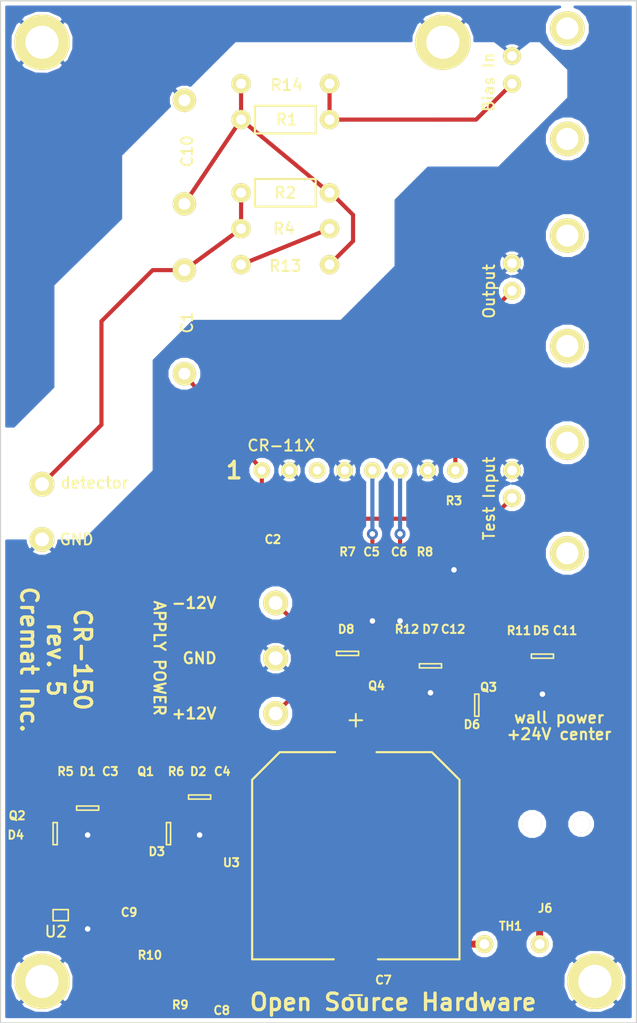
<source format=kicad_pcb>
(kicad_pcb (version 4) (host pcbnew "(after 2015-mar-04 BZR unknown)-product")

  (general
    (links 87)
    (no_connects 5)
    (area 24.113672 24.6761 86.884328 120.1801)
    (thickness 1.6)
    (drawings 29)
    (tracks 199)
    (zones 0)
    (modules 53)
    (nets 35)
  )

  (page USLetter)
  (title_block
    (title CR-150-R5)
    (rev 5)
    (company "Cremat Inc")
  )

  (layers
    (0 F.Cu signal)
    (31 B.Cu signal)
    (37 F.SilkS user)
    (38 B.Mask user)
    (39 F.Mask user)
    (44 Edge.Cuts user)
    (47 F.CrtYd user)
  )

  (setup
    (last_trace_width 0.381)
    (trace_clearance 0.381)
    (zone_clearance 0.381)
    (zone_45_only no)
    (trace_min 0.381)
    (segment_width 0.2)
    (edge_width 0.1)
    (via_size 1.016)
    (via_drill 0.508)
    (via_min_size 1.016)
    (via_min_drill 0.508)
    (uvia_size 0.3)
    (uvia_drill 0.1)
    (uvias_allowed no)
    (uvia_min_size 0.2)
    (uvia_min_drill 0.1)
    (pcb_text_width 0.3)
    (pcb_text_size 1.5 1.5)
    (mod_edge_width 0.15)
    (mod_text_size 1 1)
    (mod_text_width 0.15)
    (pad_size 5.08 5.08)
    (pad_drill 3.048)
    (pad_to_mask_clearance 0)
    (aux_axis_origin 0 0)
    (grid_origin 25.4 25.4)
    (visible_elements 7FFFFF7F)
    (pcbplotparams
      (layerselection 0x010e0_80000001)
      (usegerberextensions false)
      (excludeedgelayer true)
      (linewidth 0.152400)
      (plotframeref false)
      (viasonmask false)
      (mode 1)
      (useauxorigin false)
      (hpglpennumber 1)
      (hpglpenspeed 20)
      (hpglpendiameter 15)
      (hpglpenoverlay 2)
      (psnegative false)
      (psa4output false)
      (plotreference true)
      (plotvalue true)
      (plotinvisibletext false)
      (padsonsilk false)
      (subtractmaskfromsilk false)
      (outputformat 1)
      (mirror false)
      (drillshape 0)
      (scaleselection 1)
      (outputdirectory "CR-150-R5 Gerber/"))
  )

  (net 0 "")
  (net 1 "Net-(C1-Pad1)")
  (net 2 "Net-(C1-Pad2)")
  (net 3 "Net-(C2-Pad2)")
  (net 4 GNDREF)
  (net 5 "Net-(C3-Pad2)")
  (net 6 "Net-(C4-Pad2)")
  (net 7 "Net-(C5-Pad2)")
  (net 8 "Net-(C6-Pad2)")
  (net 9 "Net-(C7-Pad2)")
  (net 10 "Net-(C7-Pad1)")
  (net 11 "Net-(C9-Pad2)")
  (net 12 "Net-(C10-Pad2)")
  (net 13 "Net-(C11-Pad2)")
  (net 14 "Net-(C12-Pad2)")
  (net 15 "Net-(D3-Pad2)")
  (net 16 "Net-(D4-Pad1)")
  (net 17 "Net-(D6-Pad1)")
  (net 18 "Net-(D6-Pad2)")
  (net 19 "Net-(D8-Pad1)")
  (net 20 "Net-(D8-Pad2)")
  (net 21 "Net-(J2-Pad1)")
  (net 22 "Net-(J5-Pad1)")
  (net 23 "Net-(J6-Pad1)")
  (net 24 "Net-(J6-Pad3)")
  (net 25 "Net-(Q1-Pad2)")
  (net 26 "Net-(Q2-Pad2)")
  (net 27 "Net-(R13-Pad2)")
  (net 28 "Net-(R10-Pad2)")
  (net 29 "Net-(U1-Pad3)")
  (net 30 "Net-(U2-Pad4)")
  (net 31 "Net-(U2-Pad5)")
  (net 32 "Net-(U2-Pad6)")
  (net 33 "Net-(U2-Pad7)")
  (net 34 "Net-(U2-Pad8)")

  (net_class Default "This is the default net class."
    (clearance 0.381)
    (trace_width 0.381)
    (via_dia 1.016)
    (via_drill 0.508)
    (uvia_dia 0.3)
    (uvia_drill 0.1)
    (add_net "Net-(C1-Pad1)")
    (add_net "Net-(C1-Pad2)")
    (add_net "Net-(C10-Pad2)")
    (add_net "Net-(C11-Pad2)")
    (add_net "Net-(C12-Pad2)")
    (add_net "Net-(C2-Pad2)")
    (add_net "Net-(C3-Pad2)")
    (add_net "Net-(C4-Pad2)")
    (add_net "Net-(C5-Pad2)")
    (add_net "Net-(C6-Pad2)")
    (add_net "Net-(D3-Pad2)")
    (add_net "Net-(D4-Pad1)")
    (add_net "Net-(D6-Pad1)")
    (add_net "Net-(D6-Pad2)")
    (add_net "Net-(D8-Pad1)")
    (add_net "Net-(D8-Pad2)")
    (add_net "Net-(J2-Pad1)")
    (add_net "Net-(J5-Pad1)")
    (add_net "Net-(J6-Pad3)")
    (add_net "Net-(Q1-Pad2)")
    (add_net "Net-(Q2-Pad2)")
    (add_net "Net-(R10-Pad2)")
    (add_net "Net-(R13-Pad2)")
    (add_net "Net-(U1-Pad3)")
    (add_net "Net-(U2-Pad4)")
    (add_net "Net-(U2-Pad5)")
    (add_net "Net-(U2-Pad6)")
    (add_net "Net-(U2-Pad7)")
    (add_net "Net-(U2-Pad8)")
  )

  (net_class power ""
    (clearance 0.381)
    (trace_width 0.635)
    (via_dia 1.016)
    (via_drill 0.508)
    (uvia_dia 0.3)
    (uvia_drill 0.1)
    (add_net GNDREF)
    (add_net "Net-(C7-Pad1)")
    (add_net "Net-(C7-Pad2)")
    (add_net "Net-(C9-Pad2)")
    (add_net "Net-(J6-Pad1)")
  )

  (module Cremat_footprints:mounting_hole (layer F.Cu) (tedit 5554D824) (tstamp 5554B412)
    (at 66.04 29.21)
    (fp_text reference REF** (at 0.127 3.429) (layer F.SilkS) hide
      (effects (font (size 1.016 1.016) (thickness 0.1778)))
    )
    (fp_text value mounting_hole (at 0.889 -3.175) (layer F.Fab) hide
      (effects (font (size 1.016 1.016) (thickness 0.1778)))
    )
    (pad "" thru_hole circle (at 0 0) (size 5.08 5.08) (drill 3.048) (layers *.Cu *.Mask F.SilkS)
      (net 4 GNDREF))
  )

  (module Cremat_footprints:mounting_hole (layer F.Cu) (tedit 5554D818) (tstamp 5554B40C)
    (at 29.21 29.21)
    (fp_text reference REF** (at 0.127 3.429) (layer F.SilkS) hide
      (effects (font (size 1.016 1.016) (thickness 0.1778)))
    )
    (fp_text value mounting_hole (at 0.889 -3.175) (layer F.Fab) hide
      (effects (font (size 1.016 1.016) (thickness 0.1778)))
    )
    (pad "" thru_hole circle (at 0 0) (size 5.08 5.08) (drill 3.048) (layers *.Cu *.Mask F.SilkS)
      (net 4 GNDREF))
  )

  (module Cremat_footprints:mounting_hole (layer F.Cu) (tedit 5554D831) (tstamp 5554B405)
    (at 80.01 115.57)
    (fp_text reference REF** (at 0.127 3.429) (layer F.SilkS) hide
      (effects (font (size 1.016 1.016) (thickness 0.1778)))
    )
    (fp_text value mounting_hole (at 0.889 -3.175) (layer F.Fab) hide
      (effects (font (size 1.016 1.016) (thickness 0.1778)))
    )
    (pad "" thru_hole circle (at 0 0) (size 5.08 5.08) (drill 3.048) (layers *.Cu *.Mask F.SilkS)
      (net 4 GNDREF))
  )

  (module Cremat_footprints:HVcap_on_side (layer F.Cu) (tedit 5554D881) (tstamp 554CEA14)
    (at 42.291 50.165 270)
    (path /5537CAF2)
    (fp_text reference C1 (at 4.826 -0.254 270) (layer F.SilkS)
      (effects (font (size 1.016 1.016) (thickness 0.1778)))
    )
    (fp_text value 0.01uF (at 4.445 -3.175 270) (layer F.Fab) hide
      (effects (font (size 1.016 1.016) (thickness 0.1778)))
    )
    (fp_line (start -2.54 0) (end -2.54 16.51) (layer F.CrtYd) (width 0.15))
    (fp_line (start -2.54 16.51) (end 12.065 16.51) (layer F.CrtYd) (width 0.15))
    (fp_line (start 12.065 16.51) (end 12.065 0) (layer F.CrtYd) (width 0.15))
    (fp_line (start 12.065 0) (end -2.54 0) (layer F.CrtYd) (width 0.15))
    (pad 1 thru_hole circle (at 0 0 270) (size 2.159 2.159) (drill 1.0922) (layers *.Cu *.Mask F.SilkS)
      (net 1 "Net-(C1-Pad1)"))
    (pad 2 thru_hole circle (at 9.525 0 270) (size 2.159 2.159) (drill 1.0922) (layers *.Cu *.Mask F.SilkS)
      (net 2 "Net-(C1-Pad2)"))
  )

  (module Cremat_footprints:0805 (layer F.Cu) (tedit 5554DB02) (tstamp 554CEA1A)
    (at 49.53 73.152 90)
    (path /55381F26)
    (fp_text reference C2 (at -1.778 0.889 180) (layer F.SilkS)
      (effects (font (size 0.762 0.762) (thickness 0.1778)))
    )
    (fp_text value 1pF (at -0.127 -1.1176 90) (layer F.Fab) hide
      (effects (font (size 0.762 0.762) (thickness 0.1778)))
    )
    (pad 1 smd rect (at 0 0 90) (size 1.651 1.143) (layers F.Cu F.Mask)
      (net 2 "Net-(C1-Pad2)"))
    (pad 2 smd rect (at 0 1.905 90) (size 1.651 1.143) (layers F.Cu F.Mask)
      (net 3 "Net-(C2-Pad2)"))
  )

  (module Cremat_footprints:1206 (layer F.Cu) (tedit 5543B999) (tstamp 554CEA20)
    (at 35.56 100.838 180)
    (path /5548A448)
    (fp_text reference C3 (at 0.0762 4.572 180) (layer F.SilkS)
      (effects (font (size 0.762 0.762) (thickness 0.1778)))
    )
    (fp_text value 10uF (at -0.0762 -1.4478 180) (layer F.Fab) hide
      (effects (font (size 0.762 0.762) (thickness 0.1778)))
    )
    (pad 1 smd rect (at 0 0 180) (size 2.032 1.651) (layers F.Cu F.Mask)
      (net 4 GNDREF))
    (pad 2 smd rect (at 0 2.921 180) (size 2.032 1.651) (layers F.Cu F.Mask)
      (net 5 "Net-(C3-Pad2)"))
  )

  (module Cremat_footprints:1206 (layer F.Cu) (tedit 5543B999) (tstamp 554CEA26)
    (at 45.847 100.838 180)
    (path /5548A442)
    (fp_text reference C4 (at 0.0762 4.572 180) (layer F.SilkS)
      (effects (font (size 0.762 0.762) (thickness 0.1778)))
    )
    (fp_text value 10uF (at -0.0762 -1.4478 180) (layer F.Fab) hide
      (effects (font (size 0.762 0.762) (thickness 0.1778)))
    )
    (pad 1 smd rect (at 0 0 180) (size 2.032 1.651) (layers F.Cu F.Mask)
      (net 4 GNDREF))
    (pad 2 smd rect (at 0 2.921 180) (size 2.032 1.651) (layers F.Cu F.Mask)
      (net 6 "Net-(C4-Pad2)"))
  )

  (module Cremat_footprints:1206 (layer F.Cu) (tedit 5543B999) (tstamp 554CEA2C)
    (at 59.563 80.645 180)
    (path /55382DB4)
    (fp_text reference C5 (at 0.0762 4.572 180) (layer F.SilkS)
      (effects (font (size 0.762 0.762) (thickness 0.1778)))
    )
    (fp_text value 10uF (at -0.0762 -1.4478 180) (layer F.Fab) hide
      (effects (font (size 0.762 0.762) (thickness 0.1778)))
    )
    (pad 1 smd rect (at 0 0 180) (size 2.032 1.651) (layers F.Cu F.Mask)
      (net 4 GNDREF))
    (pad 2 smd rect (at 0 2.921 180) (size 2.032 1.651) (layers F.Cu F.Mask)
      (net 7 "Net-(C5-Pad2)"))
  )

  (module Cremat_footprints:1206 (layer F.Cu) (tedit 5543B999) (tstamp 554CEA32)
    (at 62.103 80.645 180)
    (path /55382D42)
    (fp_text reference C6 (at 0.0762 4.572 180) (layer F.SilkS)
      (effects (font (size 0.762 0.762) (thickness 0.1778)))
    )
    (fp_text value 10uF (at -0.0762 -1.4478 180) (layer F.Fab) hide
      (effects (font (size 0.762 0.762) (thickness 0.1778)))
    )
    (pad 1 smd rect (at 0 0 180) (size 2.032 1.651) (layers F.Cu F.Mask)
      (net 4 GNDREF))
    (pad 2 smd rect (at 0 2.921 180) (size 2.032 1.651) (layers F.Cu F.Mask)
      (net 8 "Net-(C6-Pad2)"))
  )

  (module Cremat_footprints:large_electrolytic_SMT (layer F.Cu) (tedit 5554DC99) (tstamp 554CEA40)
    (at 58.039 111.252 180)
    (path /5549FBF0)
    (fp_text reference C7 (at -2.54 -4.191 180) (layer F.SilkS)
      (effects (font (size 0.762 0.762) (thickness 0.1778)))
    )
    (fp_text value 1000uF (at -2.921 7.112 270) (layer F.Fab)
      (effects (font (size 1 1) (thickness 0.15)))
    )
    (fp_line (start -9.525 13.97) (end -6.985 16.764) (layer F.CrtYd) (width 0.1524))
    (fp_line (start 9.525 13.97) (end 6.985 16.764) (layer F.CrtYd) (width 0.1524))
    (fp_line (start -9.525 -2.286) (end 9.525 -2.286) (layer F.CrtYd) (width 0.1524))
    (fp_line (start 9.525 -2.286) (end 9.525 13.97) (layer F.CrtYd) (width 0.1524))
    (fp_line (start 6.985 16.764) (end -6.985 16.764) (layer F.CrtYd) (width 0.1524))
    (fp_line (start -9.525 13.97) (end -9.525 -2.286) (layer F.CrtYd) (width 0.1524))
    (fp_text user + (at 0 19.812 180) (layer F.SilkS)
      (effects (font (thickness 0.1778)))
    )
    (fp_text user - (at 0 -5.461 180) (layer F.SilkS)
      (effects (font (thickness 0.1778)))
    )
    (pad 2 smd rect (at 0 0 180) (size 2.032 8.382) (layers F.Cu F.Mask)
      (net 9 "Net-(C7-Pad2)"))
    (pad 1 smd rect (at 0 14.478 180) (size 2.032 8.382) (layers F.Cu F.Mask)
      (net 10 "Net-(C7-Pad1)"))
  )

  (module Cremat_footprints:1206 (layer F.Cu) (tedit 5554DC6B) (tstamp 554CEA46)
    (at 45.72 116.586 180)
    (path /5547C4BD)
    (fp_text reference C8 (at 0 -1.651 180) (layer F.SilkS)
      (effects (font (size 0.762 0.762) (thickness 0.1778)))
    )
    (fp_text value 10uF (at -0.0762 -1.4478 180) (layer F.Fab) hide
      (effects (font (size 0.762 0.762) (thickness 0.1778)))
    )
    (pad 1 smd rect (at 0 0 180) (size 2.032 1.651) (layers F.Cu F.Mask)
      (net 9 "Net-(C7-Pad2)"))
    (pad 2 smd rect (at 0 2.921 180) (size 2.032 1.651) (layers F.Cu F.Mask)
      (net 10 "Net-(C7-Pad1)"))
  )

  (module Cremat_footprints:1206 (layer F.Cu) (tedit 5554DBCD) (tstamp 554CEA4C)
    (at 37.211 107.569 180)
    (path /5548BF00)
    (fp_text reference C9 (at 0 -1.651 180) (layer F.SilkS)
      (effects (font (size 0.762 0.762) (thickness 0.1778)))
    )
    (fp_text value 10uF (at -0.0762 -1.4478 180) (layer F.Fab) hide
      (effects (font (size 0.762 0.762) (thickness 0.1778)))
    )
    (pad 1 smd rect (at 0 0 180) (size 2.032 1.651) (layers F.Cu F.Mask)
      (net 9 "Net-(C7-Pad2)"))
    (pad 2 smd rect (at 0 2.921 180) (size 2.032 1.651) (layers F.Cu F.Mask)
      (net 11 "Net-(C9-Pad2)"))
  )

  (module Cremat_footprints:HVcap_on_side (layer F.Cu) (tedit 5554D87D) (tstamp 554CEA56)
    (at 42.291 34.544 270)
    (path /5537CAC7)
    (fp_text reference C10 (at 4.699 -0.254 270) (layer F.SilkS)
      (effects (font (size 1.016 1.016) (thickness 0.1778)))
    )
    (fp_text value 0.01uF (at 4.445 -3.175 270) (layer F.Fab) hide
      (effects (font (size 1.016 1.016) (thickness 0.1778)))
    )
    (fp_line (start -2.54 0) (end -2.54 16.51) (layer F.CrtYd) (width 0.15))
    (fp_line (start -2.54 16.51) (end 12.065 16.51) (layer F.CrtYd) (width 0.15))
    (fp_line (start 12.065 16.51) (end 12.065 0) (layer F.CrtYd) (width 0.15))
    (fp_line (start 12.065 0) (end -2.54 0) (layer F.CrtYd) (width 0.15))
    (pad 1 thru_hole circle (at 0 0 270) (size 2.159 2.159) (drill 1.0922) (layers *.Cu *.Mask F.SilkS)
      (net 4 GNDREF))
    (pad 2 thru_hole circle (at 9.525 0 270) (size 2.159 2.159) (drill 1.0922) (layers *.Cu *.Mask F.SilkS)
      (net 12 "Net-(C10-Pad2)"))
  )

  (module Cremat_footprints:1206 (layer F.Cu) (tedit 5543B999) (tstamp 554CEA5C)
    (at 77.343 87.884 180)
    (path /553825AF)
    (fp_text reference C11 (at 0.0762 4.572 180) (layer F.SilkS)
      (effects (font (size 0.762 0.762) (thickness 0.1778)))
    )
    (fp_text value 10uF (at -0.0762 -1.4478 180) (layer F.Fab) hide
      (effects (font (size 0.762 0.762) (thickness 0.1778)))
    )
    (pad 1 smd rect (at 0 0 180) (size 2.032 1.651) (layers F.Cu F.Mask)
      (net 4 GNDREF))
    (pad 2 smd rect (at 0 2.921 180) (size 2.032 1.651) (layers F.Cu F.Mask)
      (net 13 "Net-(C11-Pad2)"))
  )

  (module Cremat_footprints:1206 (layer F.Cu) (tedit 5543B999) (tstamp 554CEA62)
    (at 67.056 87.757 180)
    (path /55382B64)
    (fp_text reference C12 (at 0.0762 4.572 180) (layer F.SilkS)
      (effects (font (size 0.762 0.762) (thickness 0.1778)))
    )
    (fp_text value 10uF (at -0.0762 -1.4478 180) (layer F.Fab) hide
      (effects (font (size 0.762 0.762) (thickness 0.1778)))
    )
    (pad 1 smd rect (at 0 0 180) (size 2.032 1.651) (layers F.Cu F.Mask)
      (net 4 GNDREF))
    (pad 2 smd rect (at 0 2.921 180) (size 2.032 1.651) (layers F.Cu F.Mask)
      (net 14 "Net-(C12-Pad2)"))
  )

  (module Cremat_footprints:SOD-323 (layer F.Cu) (tedit 5554DBA8) (tstamp 554CEA70)
    (at 33.401 97.663)
    (path /5548A3FF)
    (fp_text reference D1 (at 0 -1.397) (layer F.SilkS)
      (effects (font (size 0.762 0.762) (thickness 0.1778)))
    )
    (fp_text value 7.5V (at -0.0762 -1.4478) (layer F.Fab) hide
      (effects (font (size 0.762 0.762) (thickness 0.1778)))
    )
    (fp_line (start -1.016 1.778) (end 1.016 1.778) (layer F.SilkS) (width 0.15))
    (fp_line (start 1.016 1.778) (end 1.016 2.159) (layer F.SilkS) (width 0.15))
    (fp_line (start 1.016 2.159) (end -1.016 2.159) (layer F.SilkS) (width 0.15))
    (fp_line (start -1.016 2.159) (end -1.016 1.778) (layer F.SilkS) (width 0.15))
    (fp_line (start -1.016 0.762) (end -1.016 2.159) (layer F.CrtYd) (width 0.15))
    (fp_line (start -1.016 2.159) (end 1.016 2.159) (layer F.CrtYd) (width 0.15))
    (fp_line (start 1.016 2.159) (end 1.016 0.762) (layer F.CrtYd) (width 0.15))
    (fp_line (start 1.016 0.762) (end -1.016 0.762) (layer F.CrtYd) (width 0.15))
    (pad 1 smd rect (at 0 0) (size 1.016 1.016) (layers F.Cu F.Mask)
      (net 5 "Net-(C3-Pad2)"))
    (pad 2 smd rect (at 0 2.921) (size 1.016 1.016) (layers F.Cu F.Mask)
      (net 4 GNDREF))
  )

  (module Cremat_footprints:SOD-323 (layer F.Cu) (tedit 5554DBC3) (tstamp 554CEA7E)
    (at 43.688 100.584 180)
    (path /5548A3DF)
    (fp_text reference D2 (at 0.127 4.318 180) (layer F.SilkS)
      (effects (font (size 0.762 0.762) (thickness 0.1778)))
    )
    (fp_text value 7.5V (at -0.0762 -1.4478 180) (layer F.Fab) hide
      (effects (font (size 0.762 0.762) (thickness 0.1778)))
    )
    (fp_line (start -1.016 1.778) (end 1.016 1.778) (layer F.SilkS) (width 0.15))
    (fp_line (start 1.016 1.778) (end 1.016 2.159) (layer F.SilkS) (width 0.15))
    (fp_line (start 1.016 2.159) (end -1.016 2.159) (layer F.SilkS) (width 0.15))
    (fp_line (start -1.016 2.159) (end -1.016 1.778) (layer F.SilkS) (width 0.15))
    (fp_line (start -1.016 0.762) (end -1.016 2.159) (layer F.CrtYd) (width 0.15))
    (fp_line (start -1.016 2.159) (end 1.016 2.159) (layer F.CrtYd) (width 0.15))
    (fp_line (start 1.016 2.159) (end 1.016 0.762) (layer F.CrtYd) (width 0.15))
    (fp_line (start 1.016 0.762) (end -1.016 0.762) (layer F.CrtYd) (width 0.15))
    (pad 1 smd rect (at 0 0 180) (size 1.016 1.016) (layers F.Cu F.Mask)
      (net 4 GNDREF))
    (pad 2 smd rect (at 0 2.921 180) (size 1.016 1.016) (layers F.Cu F.Mask)
      (net 6 "Net-(C4-Pad2)"))
  )

  (module Cremat_footprints:SOD-323 (layer F.Cu) (tedit 5554DEDF) (tstamp 554CEA8C)
    (at 38.862 101.981 90)
    (path /5548A45A)
    (fp_text reference D3 (at -1.651 0.889 180) (layer F.SilkS)
      (effects (font (size 0.762 0.762) (thickness 0.1778)))
    )
    (fp_text value 1N4148 (at -0.0762 -1.4478 90) (layer F.Fab) hide
      (effects (font (size 0.762 0.762) (thickness 0.1778)))
    )
    (fp_line (start -1.016 1.778) (end 1.016 1.778) (layer F.SilkS) (width 0.15))
    (fp_line (start 1.016 1.778) (end 1.016 2.159) (layer F.SilkS) (width 0.15))
    (fp_line (start 1.016 2.159) (end -1.016 2.159) (layer F.SilkS) (width 0.15))
    (fp_line (start -1.016 2.159) (end -1.016 1.778) (layer F.SilkS) (width 0.15))
    (fp_line (start -1.016 0.762) (end -1.016 2.159) (layer F.CrtYd) (width 0.15))
    (fp_line (start -1.016 2.159) (end 1.016 2.159) (layer F.CrtYd) (width 0.15))
    (fp_line (start 1.016 2.159) (end 1.016 0.762) (layer F.CrtYd) (width 0.15))
    (fp_line (start 1.016 0.762) (end -1.016 0.762) (layer F.CrtYd) (width 0.15))
    (pad 1 smd rect (at 0 0 90) (size 1.016 1.016) (layers F.Cu F.Mask)
      (net 11 "Net-(C9-Pad2)"))
    (pad 2 smd rect (at 0 2.921 90) (size 1.016 1.016) (layers F.Cu F.Mask)
      (net 15 "Net-(D3-Pad2)"))
  )

  (module Cremat_footprints:SOD-323 (layer F.Cu) (tedit 5554DED5) (tstamp 554CEA9A)
    (at 28.448 101.981 90)
    (path /5548A461)
    (fp_text reference D4 (at -0.127 -1.651 180) (layer F.SilkS)
      (effects (font (size 0.762 0.762) (thickness 0.1778)))
    )
    (fp_text value 1N4148 (at -0.0762 -1.4478 90) (layer F.Fab) hide
      (effects (font (size 0.762 0.762) (thickness 0.1778)))
    )
    (fp_line (start -1.016 1.778) (end 1.016 1.778) (layer F.SilkS) (width 0.15))
    (fp_line (start 1.016 1.778) (end 1.016 2.159) (layer F.SilkS) (width 0.15))
    (fp_line (start 1.016 2.159) (end -1.016 2.159) (layer F.SilkS) (width 0.15))
    (fp_line (start -1.016 2.159) (end -1.016 1.778) (layer F.SilkS) (width 0.15))
    (fp_line (start -1.016 0.762) (end -1.016 2.159) (layer F.CrtYd) (width 0.15))
    (fp_line (start -1.016 2.159) (end 1.016 2.159) (layer F.CrtYd) (width 0.15))
    (fp_line (start 1.016 2.159) (end 1.016 0.762) (layer F.CrtYd) (width 0.15))
    (fp_line (start 1.016 0.762) (end -1.016 0.762) (layer F.CrtYd) (width 0.15))
    (pad 1 smd rect (at 0 0 90) (size 1.016 1.016) (layers F.Cu F.Mask)
      (net 16 "Net-(D4-Pad1)"))
    (pad 2 smd rect (at 0 2.921 90) (size 1.016 1.016) (layers F.Cu F.Mask)
      (net 9 "Net-(C7-Pad2)"))
  )

  (module Cremat_footprints:SOD-323 (layer F.Cu) (tedit 5554DB5A) (tstamp 554CEAA8)
    (at 75.184 87.63 180)
    (path /5537892D)
    (fp_text reference D5 (at 0.127 4.318 180) (layer F.SilkS)
      (effects (font (size 0.762 0.762) (thickness 0.1778)))
    )
    (fp_text value 7.5V (at -0.0762 -1.4478 180) (layer F.Fab) hide
      (effects (font (size 0.762 0.762) (thickness 0.1778)))
    )
    (fp_line (start -1.016 1.778) (end 1.016 1.778) (layer F.SilkS) (width 0.15))
    (fp_line (start 1.016 1.778) (end 1.016 2.159) (layer F.SilkS) (width 0.15))
    (fp_line (start 1.016 2.159) (end -1.016 2.159) (layer F.SilkS) (width 0.15))
    (fp_line (start -1.016 2.159) (end -1.016 1.778) (layer F.SilkS) (width 0.15))
    (fp_line (start -1.016 0.762) (end -1.016 2.159) (layer F.CrtYd) (width 0.15))
    (fp_line (start -1.016 2.159) (end 1.016 2.159) (layer F.CrtYd) (width 0.15))
    (fp_line (start 1.016 2.159) (end 1.016 0.762) (layer F.CrtYd) (width 0.15))
    (fp_line (start 1.016 0.762) (end -1.016 0.762) (layer F.CrtYd) (width 0.15))
    (pad 1 smd rect (at 0 0 180) (size 1.016 1.016) (layers F.Cu F.Mask)
      (net 4 GNDREF))
    (pad 2 smd rect (at 0 2.921 180) (size 1.016 1.016) (layers F.Cu F.Mask)
      (net 13 "Net-(C11-Pad2)"))
  )

  (module Cremat_footprints:SOD-323 (layer F.Cu) (tedit 5554DB85) (tstamp 554CEAB6)
    (at 67.183 90.17 90)
    (path /55383A40)
    (fp_text reference D6 (at -1.778 1.524 180) (layer F.SilkS)
      (effects (font (size 0.762 0.762) (thickness 0.1778)))
    )
    (fp_text value 1N4148 (at -0.0762 -1.4478 90) (layer F.Fab) hide
      (effects (font (size 0.762 0.762) (thickness 0.1778)))
    )
    (fp_line (start -1.016 1.778) (end 1.016 1.778) (layer F.SilkS) (width 0.15))
    (fp_line (start 1.016 1.778) (end 1.016 2.159) (layer F.SilkS) (width 0.15))
    (fp_line (start 1.016 2.159) (end -1.016 2.159) (layer F.SilkS) (width 0.15))
    (fp_line (start -1.016 2.159) (end -1.016 1.778) (layer F.SilkS) (width 0.15))
    (fp_line (start -1.016 0.762) (end -1.016 2.159) (layer F.CrtYd) (width 0.15))
    (fp_line (start -1.016 2.159) (end 1.016 2.159) (layer F.CrtYd) (width 0.15))
    (fp_line (start 1.016 2.159) (end 1.016 0.762) (layer F.CrtYd) (width 0.15))
    (fp_line (start 1.016 0.762) (end -1.016 0.762) (layer F.CrtYd) (width 0.15))
    (pad 1 smd rect (at 0 0 90) (size 1.016 1.016) (layers F.Cu F.Mask)
      (net 17 "Net-(D6-Pad1)"))
    (pad 2 smd rect (at 0 2.921 90) (size 1.016 1.016) (layers F.Cu F.Mask)
      (net 18 "Net-(D6-Pad2)"))
  )

  (module Cremat_footprints:SOD-323 (layer F.Cu) (tedit 5554DB6F) (tstamp 554CEAC4)
    (at 64.897 84.582)
    (path /553792F4)
    (fp_text reference D7 (at 0 -1.397) (layer F.SilkS)
      (effects (font (size 0.762 0.762) (thickness 0.1778)))
    )
    (fp_text value 7.5V (at -0.0762 -1.4478) (layer F.Fab) hide
      (effects (font (size 0.762 0.762) (thickness 0.1778)))
    )
    (fp_line (start -1.016 1.778) (end 1.016 1.778) (layer F.SilkS) (width 0.15))
    (fp_line (start 1.016 1.778) (end 1.016 2.159) (layer F.SilkS) (width 0.15))
    (fp_line (start 1.016 2.159) (end -1.016 2.159) (layer F.SilkS) (width 0.15))
    (fp_line (start -1.016 2.159) (end -1.016 1.778) (layer F.SilkS) (width 0.15))
    (fp_line (start -1.016 0.762) (end -1.016 2.159) (layer F.CrtYd) (width 0.15))
    (fp_line (start -1.016 2.159) (end 1.016 2.159) (layer F.CrtYd) (width 0.15))
    (fp_line (start 1.016 2.159) (end 1.016 0.762) (layer F.CrtYd) (width 0.15))
    (fp_line (start 1.016 0.762) (end -1.016 0.762) (layer F.CrtYd) (width 0.15))
    (pad 1 smd rect (at 0 0) (size 1.016 1.016) (layers F.Cu F.Mask)
      (net 14 "Net-(C12-Pad2)"))
    (pad 2 smd rect (at 0 2.921) (size 1.016 1.016) (layers F.Cu F.Mask)
      (net 4 GNDREF))
  )

  (module Cremat_footprints:SOD-323 (layer F.Cu) (tedit 5554DB7D) (tstamp 554CEAD2)
    (at 57.277 87.376 180)
    (path /55384083)
    (fp_text reference D8 (at 0.127 4.191 180) (layer F.SilkS)
      (effects (font (size 0.762 0.762) (thickness 0.1778)))
    )
    (fp_text value 1N4148 (at -0.0762 -1.4478 180) (layer F.Fab) hide
      (effects (font (size 0.762 0.762) (thickness 0.1778)))
    )
    (fp_line (start -1.016 1.778) (end 1.016 1.778) (layer F.SilkS) (width 0.15))
    (fp_line (start 1.016 1.778) (end 1.016 2.159) (layer F.SilkS) (width 0.15))
    (fp_line (start 1.016 2.159) (end -1.016 2.159) (layer F.SilkS) (width 0.15))
    (fp_line (start -1.016 2.159) (end -1.016 1.778) (layer F.SilkS) (width 0.15))
    (fp_line (start -1.016 0.762) (end -1.016 2.159) (layer F.CrtYd) (width 0.15))
    (fp_line (start -1.016 2.159) (end 1.016 2.159) (layer F.CrtYd) (width 0.15))
    (fp_line (start 1.016 2.159) (end 1.016 0.762) (layer F.CrtYd) (width 0.15))
    (fp_line (start 1.016 0.762) (end -1.016 0.762) (layer F.CrtYd) (width 0.15))
    (pad 1 smd rect (at 0 0 180) (size 1.016 1.016) (layers F.Cu F.Mask)
      (net 19 "Net-(D8-Pad1)"))
    (pad 2 smd rect (at 0 2.921 180) (size 1.016 1.016) (layers F.Cu F.Mask)
      (net 20 "Net-(D8-Pad2)"))
  )

  (module Cremat_footprints:3-terminal_block (layer F.Cu) (tedit 5543B9AD) (tstamp 554CEADD)
    (at 50.673 80.772 270)
    (path /5537B970)
    (fp_text reference J1 (at 0 -7.62 270) (layer F.SilkS) hide
      (effects (font (size 1.016 1.016) (thickness 0.1778)))
    )
    (fp_text value "power input" (at 4.445 -6.35 270) (layer F.Fab)
      (effects (font (size 1.016 1.016) (thickness 0.1778)))
    )
    (fp_line (start 12.7 -5.08) (end 12.7 5.08) (layer F.CrtYd) (width 0.15))
    (fp_line (start 12.7 5.08) (end -2.54 5.08) (layer F.CrtYd) (width 0.15))
    (fp_line (start -2.54 5.08) (end -2.54 -5.08) (layer F.CrtYd) (width 0.15))
    (fp_line (start -2.54 -5.08) (end 12.7 -5.08) (layer F.CrtYd) (width 0.15))
    (pad 1 thru_hole circle (at 0 0 270) (size 2.286 2.286) (drill 1.27) (layers *.Cu *.Mask F.SilkS)
      (net 20 "Net-(D8-Pad2)"))
    (pad 2 thru_hole circle (at 5.08 0 270) (size 2.286 2.286) (drill 1.27) (layers *.Cu *.Mask F.SilkS)
      (net 4 GNDREF))
    (pad 3 thru_hole circle (at 10.16 0 270) (size 2.286 2.286) (drill 1.27) (layers *.Cu *.Mask F.SilkS)
      (net 17 "Net-(D6-Pad1)"))
  )

  (module Cremat_footprints:BNC (layer F.Cu) (tedit 55562AA4) (tstamp 554CEAE9)
    (at 72.39 52.07 90)
    (path /5537EF2D)
    (fp_text reference J2 (at 0.5588 -3.6068 90) (layer F.SilkS) hide
      (effects (font (size 1.016 1.016) (thickness 0.1778)))
    )
    (fp_text value Output (at -0.0508 -2.1082 90) (layer F.SilkS)
      (effects (font (size 1.016 1.016) (thickness 0.1778)))
    )
    (fp_line (start -7.62 -1.27) (end 7.62 -1.27) (layer F.CrtYd) (width 0.15))
    (fp_line (start 7.62 -1.27) (end 7.62 11.43) (layer F.CrtYd) (width 0.15))
    (fp_line (start 7.62 11.43) (end -7.62 11.43) (layer F.CrtYd) (width 0.15))
    (fp_line (start -7.62 11.43) (end -7.62 -1.27) (layer F.CrtYd) (width 0.15))
    (pad "" thru_hole circle (at -5.08 5.08 90) (size 3.175 3.175) (drill 2.032) (layers *.Cu *.Mask F.SilkS))
    (pad 1 thru_hole circle (at 0 0 90) (size 1.651 1.651) (drill 0.889) (layers *.Cu *.Mask F.SilkS)
      (net 21 "Net-(J2-Pad1)"))
    (pad 2 thru_hole circle (at 2.54 0 90) (size 1.651 1.651) (drill 0.889) (layers *.Cu *.Mask F.SilkS)
      (net 4 GNDREF))
    (pad "" thru_hole circle (at 5.08 5.08 90) (size 3.175 3.175) (drill 2.032) (layers *.Cu *.Mask F.SilkS))
  )

  (module Cremat_footprints:SolderPoint (layer F.Cu) (tedit 55562ABC) (tstamp 554CEAEE)
    (at 29.21 69.85)
    (path /553804EA)
    (fp_text reference J3 (at 0.2794 -1.8542) (layer F.SilkS) hide
      (effects (font (size 1.016 1.016) (thickness 0.1778)))
    )
    (fp_text value detector (at 4.826 -0.127) (layer F.SilkS)
      (effects (font (size 1.016 1.016) (thickness 0.1778)))
    )
    (pad 1 thru_hole circle (at 0 0) (size 2.286 2.286) (drill 1.27) (layers *.Cu *.Mask F.SilkS)
      (net 1 "Net-(C1-Pad1)"))
  )

  (module Cremat_footprints:BNC (layer F.Cu) (tedit 55562A9F) (tstamp 554CEAFA)
    (at 72.39 71.12 90)
    (path /5537FA8F)
    (fp_text reference J4 (at 0.5588 -3.6068 90) (layer F.SilkS) hide
      (effects (font (size 1.016 1.016) (thickness 0.1778)))
    )
    (fp_text value "Test Input" (at -0.0508 -2.1082 90) (layer F.SilkS)
      (effects (font (size 1.016 1.016) (thickness 0.1778)))
    )
    (fp_line (start -7.62 -1.27) (end 7.62 -1.27) (layer F.CrtYd) (width 0.15))
    (fp_line (start 7.62 -1.27) (end 7.62 11.43) (layer F.CrtYd) (width 0.15))
    (fp_line (start 7.62 11.43) (end -7.62 11.43) (layer F.CrtYd) (width 0.15))
    (fp_line (start -7.62 11.43) (end -7.62 -1.27) (layer F.CrtYd) (width 0.15))
    (pad "" thru_hole circle (at -5.08 5.08 90) (size 3.175 3.175) (drill 2.032) (layers *.Cu *.Mask F.SilkS))
    (pad 1 thru_hole circle (at 0 0 90) (size 1.651 1.651) (drill 0.889) (layers *.Cu *.Mask F.SilkS)
      (net 3 "Net-(C2-Pad2)"))
    (pad 2 thru_hole circle (at 2.54 0 90) (size 1.651 1.651) (drill 0.889) (layers *.Cu *.Mask F.SilkS)
      (net 4 GNDREF))
    (pad "" thru_hole circle (at 5.08 5.08 90) (size 3.175 3.175) (drill 2.032) (layers *.Cu *.Mask F.SilkS))
  )

  (module Cremat_footprints:BNC (layer F.Cu) (tedit 55562AAC) (tstamp 554CEB06)
    (at 72.39 33.02 90)
    (path /5537F46B)
    (fp_text reference J5 (at 0.5588 -3.6068 90) (layer F.SilkS) hide
      (effects (font (size 1.016 1.016) (thickness 0.1778)))
    )
    (fp_text value "Bias In" (at 0.127 -2.159 90) (layer F.SilkS)
      (effects (font (size 1.016 1.016) (thickness 0.1778)))
    )
    (fp_line (start -7.62 -1.27) (end 7.62 -1.27) (layer F.CrtYd) (width 0.15))
    (fp_line (start 7.62 -1.27) (end 7.62 11.43) (layer F.CrtYd) (width 0.15))
    (fp_line (start 7.62 11.43) (end -7.62 11.43) (layer F.CrtYd) (width 0.15))
    (fp_line (start -7.62 11.43) (end -7.62 -1.27) (layer F.CrtYd) (width 0.15))
    (pad "" thru_hole circle (at -5.08 5.08 90) (size 3.175 3.175) (drill 2.032) (layers *.Cu *.Mask F.SilkS))
    (pad 1 thru_hole circle (at 0 0 90) (size 1.651 1.651) (drill 0.889) (layers *.Cu *.Mask F.SilkS)
      (net 22 "Net-(J5-Pad1)"))
    (pad 2 thru_hole circle (at 2.54 0 90) (size 1.651 1.651) (drill 0.889) (layers *.Cu *.Mask F.SilkS)
      (net 4 GNDREF))
    (pad "" thru_hole circle (at 5.08 5.08 90) (size 3.175 3.175) (drill 2.032) (layers *.Cu *.Mask F.SilkS))
  )

  (module Cremat_footprints:barrel_con (layer F.Cu) (tedit 5554DE27) (tstamp 554CEB16)
    (at 78.74 106.807 180)
    (path /5547C8B1)
    (fp_text reference J6 (at 3.302 -2.032 180) (layer F.SilkS)
      (effects (font (size 0.762 0.762) (thickness 0.1778)))
    )
    (fp_text value BARREL_JACK (at 2.667 8.255 180) (layer F.SilkS) hide
      (effects (font (size 1.016 1.016) (thickness 0.1778)))
    )
    (fp_text user back (at 8.636 5.588 270) (layer F.CrtYd) hide
      (effects (font (size 1.016 1.016) (thickness 0.1778)))
    )
    (fp_text user front (at -4.191 5.461 270) (layer F.CrtYd) hide
      (effects (font (size 1.016 1.016) (thickness 0.1778)))
    )
    (fp_line (start -5.08 -1.27) (end -5.08 12.573) (layer F.CrtYd) (width 0.15))
    (fp_line (start -5.08 -1.27) (end 9.779 -1.27) (layer F.CrtYd) (width 0.15))
    (fp_line (start 9.779 -1.27) (end 9.779 12.573) (layer F.CrtYd) (width 0.15))
    (fp_line (start 9.779 12.573) (end -5.08 12.573) (layer F.CrtYd) (width 0.15))
    (pad "" thru_hole circle (at 4.4958 5.715 180) (size 1.8034 1.8034) (drill 1.8034) (layers *.Cu *.Mask F.SilkS))
    (pad 1 smd rect (at 0 0 180) (size 2.794 2.413) (layers F.Cu F.Mask)
      (net 23 "Net-(J6-Pad1)"))
    (pad 1 smd rect (at 6.096 0 180) (size 2.794 2.413) (layers F.Cu F.Mask)
      (net 23 "Net-(J6-Pad1)"))
    (pad 2 smd rect (at 0 11.43 180) (size 2.794 2.413) (layers F.Cu F.Mask)
      (net 9 "Net-(C7-Pad2)"))
    (pad 3 smd rect (at 6.096 11.43 180) (size 2.794 2.413) (layers F.Cu F.Mask)
      (net 24 "Net-(J6-Pad3)"))
    (pad "" thru_hole circle (at 0 5.715 180) (size 1.6002 1.6002) (drill 1.6002) (layers *.Cu *.Mask F.SilkS))
  )

  (module Cremat_footprints:SolderPoint (layer F.Cu) (tedit 55562AC1) (tstamp 554CEB1B)
    (at 29.21 74.93)
    (path /553D8428)
    (fp_text reference J9 (at 0.2794 -1.8542) (layer F.SilkS) hide
      (effects (font (size 1.016 1.016) (thickness 0.1778)))
    )
    (fp_text value GND (at 3.175 0) (layer F.SilkS)
      (effects (font (size 1.016 1.016) (thickness 0.1778)))
    )
    (pad 1 thru_hole circle (at 0 0) (size 2.286 2.286) (drill 1.27) (layers *.Cu *.Mask F.SilkS)
      (net 4 GNDREF))
  )

  (module Cremat_footprints:SOT23-3 (layer F.Cu) (tedit 5554DBB7) (tstamp 554CEB22)
    (at 37.719 97.79)
    (path /5548A3D3)
    (fp_text reference Q1 (at 1.016 -1.524) (layer F.SilkS)
      (effects (font (size 0.762 0.762) (thickness 0.1778)))
    )
    (fp_text value MMBT3904 (at 1.27 -1.397) (layer F.Fab) hide
      (effects (font (size 0.762 0.762) (thickness 0.1778)))
    )
    (pad 2 smd rect (at 0 0) (size 1.016 1.27) (layers F.Cu F.Mask)
      (net 25 "Net-(Q1-Pad2)"))
    (pad 1 smd rect (at 2.032 0) (size 1.016 1.27) (layers F.Cu F.Mask)
      (net 6 "Net-(C4-Pad2)"))
    (pad 3 smd rect (at 1.016 2.286) (size 1.016 1.27) (layers F.Cu F.Mask)
      (net 15 "Net-(D3-Pad2)"))
  )

  (module Cremat_footprints:SOT23-3 (layer F.Cu) (tedit 5554DB9A) (tstamp 554CEB29)
    (at 27.432 97.79)
    (path /5548A407)
    (fp_text reference Q2 (at -0.508 2.54) (layer F.SilkS)
      (effects (font (size 0.762 0.762) (thickness 0.1778)))
    )
    (fp_text value MMBT3906 (at 1.27 -1.397) (layer F.Fab) hide
      (effects (font (size 0.762 0.762) (thickness 0.1778)))
    )
    (pad 2 smd rect (at 0 0) (size 1.016 1.27) (layers F.Cu F.Mask)
      (net 26 "Net-(Q2-Pad2)"))
    (pad 1 smd rect (at 2.032 0) (size 1.016 1.27) (layers F.Cu F.Mask)
      (net 5 "Net-(C3-Pad2)"))
    (pad 3 smd rect (at 1.016 2.286) (size 1.016 1.27) (layers F.Cu F.Mask)
      (net 16 "Net-(D4-Pad1)"))
  )

  (module Cremat_footprints:SOT23-3 (layer F.Cu) (tedit 5554DB62) (tstamp 554CEB30)
    (at 69.215 84.709)
    (path /5536BDDC)
    (fp_text reference Q3 (at 1.016 3.81) (layer F.SilkS)
      (effects (font (size 0.762 0.762) (thickness 0.1778)))
    )
    (fp_text value MMBT3904 (at 1.27 -1.397) (layer F.Fab) hide
      (effects (font (size 0.762 0.762) (thickness 0.1778)))
    )
    (pad 2 smd rect (at 0 0) (size 1.016 1.27) (layers F.Cu F.Mask)
      (net 25 "Net-(Q1-Pad2)"))
    (pad 1 smd rect (at 2.032 0) (size 1.016 1.27) (layers F.Cu F.Mask)
      (net 13 "Net-(C11-Pad2)"))
    (pad 3 smd rect (at 1.016 2.286) (size 1.016 1.27) (layers F.Cu F.Mask)
      (net 18 "Net-(D6-Pad2)"))
  )

  (module Cremat_footprints:SOT23-3 (layer F.Cu) (tedit 5554DB75) (tstamp 554CEB37)
    (at 58.928 84.582)
    (path /5537943F)
    (fp_text reference Q4 (at 1.016 3.81) (layer F.SilkS)
      (effects (font (size 0.762 0.762) (thickness 0.1778)))
    )
    (fp_text value MMBT3906 (at 1.27 -1.397) (layer F.Fab) hide
      (effects (font (size 0.762 0.762) (thickness 0.1778)))
    )
    (pad 2 smd rect (at 0 0) (size 1.016 1.27) (layers F.Cu F.Mask)
      (net 26 "Net-(Q2-Pad2)"))
    (pad 1 smd rect (at 2.032 0) (size 1.016 1.27) (layers F.Cu F.Mask)
      (net 14 "Net-(C12-Pad2)"))
    (pad 3 smd rect (at 1.016 2.286) (size 1.016 1.27) (layers F.Cu F.Mask)
      (net 19 "Net-(D8-Pad1)"))
  )

  (module Cremat_footprints:320 (layer F.Cu) (tedit 5554D859) (tstamp 554CEB41)
    (at 47.498 36.322)
    (path /553CE28A)
    (fp_text reference R1 (at 4.191 0) (layer F.SilkS)
      (effects (font (size 1.016 1.016) (thickness 0.1778)))
    )
    (fp_text value 10M (at 3.937 -2.032) (layer F.Fab) hide
      (effects (font (size 1.016 1.016) (thickness 0.1778)))
    )
    (fp_line (start 1.27 -1.27) (end 6.858 -1.27) (layer F.CrtYd) (width 0.15))
    (fp_line (start 6.858 -1.27) (end 6.858 1.27) (layer F.CrtYd) (width 0.15))
    (fp_line (start 6.858 1.27) (end 1.27 1.27) (layer F.CrtYd) (width 0.15))
    (fp_line (start 1.27 1.27) (end 1.27 -1.27) (layer F.CrtYd) (width 0.15))
    (pad 1 thru_hole circle (at 0 0) (size 1.778 1.778) (drill 0.9144) (layers *.Cu *.Mask F.SilkS)
      (net 12 "Net-(C10-Pad2)"))
    (pad 2 thru_hole circle (at 8.128 0) (size 1.778 1.778) (drill 0.9144) (layers *.Cu *.Mask F.SilkS)
      (net 22 "Net-(J5-Pad1)"))
  )

  (module Cremat_footprints:320 (layer F.Cu) (tedit 5554D86A) (tstamp 554CEB4B)
    (at 55.626 43.053 180)
    (path /553CE027)
    (fp_text reference R2 (at 4.064 0 180) (layer F.SilkS)
      (effects (font (size 1.016 1.016) (thickness 0.1778)))
    )
    (fp_text value 100M (at 3.937 -2.032 180) (layer F.Fab) hide
      (effects (font (size 1.016 1.016) (thickness 0.1778)))
    )
    (fp_line (start 1.27 -1.27) (end 6.858 -1.27) (layer F.CrtYd) (width 0.15))
    (fp_line (start 6.858 -1.27) (end 6.858 1.27) (layer F.CrtYd) (width 0.15))
    (fp_line (start 6.858 1.27) (end 1.27 1.27) (layer F.CrtYd) (width 0.15))
    (fp_line (start 1.27 1.27) (end 1.27 -1.27) (layer F.CrtYd) (width 0.15))
    (pad 1 thru_hole circle (at 0 0 180) (size 1.778 1.778) (drill 0.9144) (layers *.Cu *.Mask F.SilkS)
      (net 12 "Net-(C10-Pad2)"))
    (pad 2 thru_hole circle (at 8.128 0 180) (size 1.778 1.778) (drill 0.9144) (layers *.Cu *.Mask F.SilkS)
      (net 1 "Net-(C1-Pad1)"))
  )

  (module Cremat_footprints:1206 (layer F.Cu) (tedit 5554DAF8) (tstamp 554CEB51)
    (at 67.056 73.025)
    (path /553CCDFF)
    (fp_text reference R3 (at 0 -1.651) (layer F.SilkS)
      (effects (font (size 0.762 0.762) (thickness 0.1778)))
    )
    (fp_text value 47 (at -0.0762 -1.4478) (layer F.Fab) hide
      (effects (font (size 0.762 0.762) (thickness 0.1778)))
    )
    (pad 1 smd rect (at 0 0) (size 2.032 1.651) (layers F.Cu F.Mask)
      (net 3 "Net-(C2-Pad2)"))
    (pad 2 smd rect (at 0 2.921) (size 2.032 1.651) (layers F.Cu F.Mask)
      (net 4 GNDREF))
  )

  (module Cremat_footprints:320 (layer F.Cu) (tedit 5554D871) (tstamp 554CEB5B)
    (at 55.626 46.355 180)
    (path /5537CCEB)
    (fp_text reference R4 (at 4.191 0 180) (layer F.SilkS)
      (effects (font (size 1.016 1.016) (thickness 0.1778)))
    )
    (fp_text value 100M (at 3.937 -2.032 180) (layer F.Fab) hide
      (effects (font (size 1.016 1.016) (thickness 0.1778)))
    )
    (fp_line (start 1.27 -1.27) (end 6.858 -1.27) (layer F.CrtYd) (width 0.15))
    (fp_line (start 6.858 -1.27) (end 6.858 1.27) (layer F.CrtYd) (width 0.15))
    (fp_line (start 6.858 1.27) (end 1.27 1.27) (layer F.CrtYd) (width 0.15))
    (fp_line (start 1.27 1.27) (end 1.27 -1.27) (layer F.CrtYd) (width 0.15))
    (pad 1 thru_hole circle (at 0 0 180) (size 1.778 1.778) (drill 0.9144) (layers *.Cu *.Mask F.SilkS)
      (net 27 "Net-(R13-Pad2)"))
    (pad 2 thru_hole circle (at 8.128 0 180) (size 1.778 1.778) (drill 0.9144) (layers *.Cu *.Mask F.SilkS)
      (net 1 "Net-(C1-Pad1)"))
  )

  (module Cremat_footprints:0805 (layer F.Cu) (tedit 5554DBAE) (tstamp 554CEB61)
    (at 31.369 99.695 180)
    (path /5548A3F9)
    (fp_text reference R5 (at 0 3.429 180) (layer F.SilkS)
      (effects (font (size 0.762 0.762) (thickness 0.1778)))
    )
    (fp_text value 1.0k (at -0.127 -1.1176 180) (layer F.Fab) hide
      (effects (font (size 0.762 0.762) (thickness 0.1778)))
    )
    (pad 1 smd rect (at 0 0 180) (size 1.651 1.143) (layers F.Cu F.Mask)
      (net 16 "Net-(D4-Pad1)"))
    (pad 2 smd rect (at 0 1.905 180) (size 1.651 1.143) (layers F.Cu F.Mask)
      (net 5 "Net-(C3-Pad2)"))
  )

  (module Cremat_footprints:0805 (layer F.Cu) (tedit 5554DBBE) (tstamp 554CEB67)
    (at 41.656 99.695 180)
    (path /5548A3D9)
    (fp_text reference R6 (at 0.127 3.429 180) (layer F.SilkS)
      (effects (font (size 0.762 0.762) (thickness 0.1778)))
    )
    (fp_text value 1.0k (at -0.127 -1.1176 180) (layer F.Fab) hide
      (effects (font (size 0.762 0.762) (thickness 0.1778)))
    )
    (pad 1 smd rect (at 0 0 180) (size 1.651 1.143) (layers F.Cu F.Mask)
      (net 15 "Net-(D3-Pad2)"))
    (pad 2 smd rect (at 0 1.905 180) (size 1.651 1.143) (layers F.Cu F.Mask)
      (net 6 "Net-(C4-Pad2)"))
  )

  (module Cremat_footprints:0805 (layer F.Cu) (tedit 5554DAEE) (tstamp 554CEB6D)
    (at 57.277 77.47)
    (path /5537C2B2)
    (fp_text reference R7 (at 0 -1.397) (layer F.SilkS)
      (effects (font (size 0.762 0.762) (thickness 0.1778)))
    )
    (fp_text value 4.7 (at -0.127 -1.1176) (layer F.Fab) hide
      (effects (font (size 0.762 0.762) (thickness 0.1778)))
    )
    (pad 1 smd rect (at 0 0) (size 1.651 1.143) (layers F.Cu F.Mask)
      (net 7 "Net-(C5-Pad2)"))
    (pad 2 smd rect (at 0 1.905) (size 1.651 1.143) (layers F.Cu F.Mask)
      (net 26 "Net-(Q2-Pad2)"))
  )

  (module Cremat_footprints:0805 (layer F.Cu) (tedit 5554DAEA) (tstamp 554CEB73)
    (at 64.389 77.47)
    (path /5537C1D2)
    (fp_text reference R8 (at 0 -1.397) (layer F.SilkS)
      (effects (font (size 0.762 0.762) (thickness 0.1778)))
    )
    (fp_text value 4.7 (at -0.127 -1.1176) (layer F.Fab) hide
      (effects (font (size 0.762 0.762) (thickness 0.1778)))
    )
    (pad 1 smd rect (at 0 0) (size 1.651 1.143) (layers F.Cu F.Mask)
      (net 8 "Net-(C6-Pad2)"))
    (pad 2 smd rect (at 0 1.905) (size 1.651 1.143) (layers F.Cu F.Mask)
      (net 25 "Net-(Q1-Pad2)"))
  )

  (module Cremat_footprints:0805 (layer F.Cu) (tedit 5554DC7C) (tstamp 554CEB7F)
    (at 42.926 113.284 270)
    (path /5548B31F)
    (fp_text reference R10 (at -0.127 3.81 360) (layer F.SilkS)
      (effects (font (size 0.762 0.762) (thickness 0.1778)))
    )
    (fp_text value 240 (at -0.127 -1.1176 270) (layer F.Fab) hide
      (effects (font (size 0.762 0.762) (thickness 0.1778)))
    )
    (pad 1 smd rect (at 0 0 270) (size 1.651 1.143) (layers F.Cu F.Mask)
      (net 11 "Net-(C9-Pad2)"))
    (pad 2 smd rect (at 0 1.905 270) (size 1.651 1.143) (layers F.Cu F.Mask)
      (net 28 "Net-(R10-Pad2)"))
  )

  (module Cremat_footprints:0805 (layer F.Cu) (tedit 5554DB5D) (tstamp 554CEB85)
    (at 73.152 86.614 180)
    (path /553786C9)
    (fp_text reference R11 (at 0.127 3.302 180) (layer F.SilkS)
      (effects (font (size 0.762 0.762) (thickness 0.1778)))
    )
    (fp_text value 1.0k (at -0.127 -1.1176 180) (layer F.Fab) hide
      (effects (font (size 0.762 0.762) (thickness 0.1778)))
    )
    (pad 1 smd rect (at 0 0 180) (size 1.651 1.143) (layers F.Cu F.Mask)
      (net 18 "Net-(D6-Pad2)"))
    (pad 2 smd rect (at 0 1.905 180) (size 1.651 1.143) (layers F.Cu F.Mask)
      (net 13 "Net-(C11-Pad2)"))
  )

  (module Cremat_footprints:0805 (layer F.Cu) (tedit 5554DB69) (tstamp 554CEB8B)
    (at 62.865 86.487 180)
    (path /553792EE)
    (fp_text reference R12 (at 0.127 3.302 180) (layer F.SilkS)
      (effects (font (size 0.762 0.762) (thickness 0.1778)))
    )
    (fp_text value 1.0k (at -0.127 -1.1176 180) (layer F.Fab) hide
      (effects (font (size 0.762 0.762) (thickness 0.1778)))
    )
    (pad 1 smd rect (at 0 0 180) (size 1.651 1.143) (layers F.Cu F.Mask)
      (net 19 "Net-(D8-Pad1)"))
    (pad 2 smd rect (at 0 1.905 180) (size 1.651 1.143) (layers F.Cu F.Mask)
      (net 14 "Net-(C12-Pad2)"))
  )

  (module Cremat_footprints:320 (layer F.Cu) (tedit 5554D876) (tstamp 554CEB95)
    (at 55.626 49.657 180)
    (path /5537CC65)
    (fp_text reference R13 (at 4.064 -0.127 180) (layer F.SilkS)
      (effects (font (size 1.016 1.016) (thickness 0.1778)))
    )
    (fp_text value 100M (at 3.937 -2.032 180) (layer F.Fab) hide
      (effects (font (size 1.016 1.016) (thickness 0.1778)))
    )
    (fp_line (start 1.27 -1.27) (end 6.858 -1.27) (layer F.CrtYd) (width 0.15))
    (fp_line (start 6.858 -1.27) (end 6.858 1.27) (layer F.CrtYd) (width 0.15))
    (fp_line (start 6.858 1.27) (end 1.27 1.27) (layer F.CrtYd) (width 0.15))
    (fp_line (start 1.27 1.27) (end 1.27 -1.27) (layer F.CrtYd) (width 0.15))
    (pad 1 thru_hole circle (at 0 0 180) (size 1.778 1.778) (drill 0.9144) (layers *.Cu *.Mask F.SilkS)
      (net 12 "Net-(C10-Pad2)"))
    (pad 2 thru_hole circle (at 8.128 0 180) (size 1.778 1.778) (drill 0.9144) (layers *.Cu *.Mask F.SilkS)
      (net 27 "Net-(R13-Pad2)"))
  )

  (module Cremat_footprints:320 (layer F.Cu) (tedit 5554D861) (tstamp 554CEB9F)
    (at 47.498 33.02)
    (path /5537CBCC)
    (fp_text reference R14 (at 4.191 0.127) (layer F.SilkS)
      (effects (font (size 1.016 1.016) (thickness 0.1778)))
    )
    (fp_text value 10M (at 3.937 -2.032) (layer F.Fab) hide
      (effects (font (size 1.016 1.016) (thickness 0.1778)))
    )
    (fp_line (start 1.27 -1.27) (end 6.858 -1.27) (layer F.CrtYd) (width 0.15))
    (fp_line (start 6.858 -1.27) (end 6.858 1.27) (layer F.CrtYd) (width 0.15))
    (fp_line (start 6.858 1.27) (end 1.27 1.27) (layer F.CrtYd) (width 0.15))
    (fp_line (start 1.27 1.27) (end 1.27 -1.27) (layer F.CrtYd) (width 0.15))
    (pad 1 thru_hole circle (at 0 0) (size 1.778 1.778) (drill 0.9144) (layers *.Cu *.Mask F.SilkS)
      (net 12 "Net-(C10-Pad2)"))
    (pad 2 thru_hole circle (at 8.128 0) (size 1.778 1.778) (drill 0.9144) (layers *.Cu *.Mask F.SilkS)
      (net 22 "Net-(J5-Pad1)"))
  )

  (module Cremat_footprints:200mil (layer F.Cu) (tedit 5554DE13) (tstamp 554CEBA9)
    (at 69.85 112.141)
    (path /5547C81B)
    (fp_text reference TH1 (at 2.413 -1.651) (layer F.SilkS)
      (effects (font (size 0.762 0.762) (thickness 0.1778)))
    )
    (fp_text value NTPA7220 (at 2.667 1.778) (layer F.SilkS) hide
      (effects (font (size 1.016 1.016) (thickness 0.1778)))
    )
    (fp_line (start -2.54 -2.54) (end -2.54 2.54) (layer F.CrtYd) (width 0.15))
    (fp_line (start -2.54 2.54) (end 7.62 2.54) (layer F.CrtYd) (width 0.15))
    (fp_line (start 7.62 2.54) (end 7.62 -2.54) (layer F.CrtYd) (width 0.15))
    (fp_line (start 7.62 -2.54) (end -2.54 -2.54) (layer F.CrtYd) (width 0.15))
    (pad 1 thru_hole circle (at 0 0) (size 1.651 1.651) (drill 0.889) (layers *.Cu *.Mask F.SilkS)
      (net 10 "Net-(C7-Pad1)"))
    (pad 2 thru_hole circle (at 5.08 0) (size 1.651 1.651) (drill 0.889) (layers *.Cu *.Mask F.SilkS)
      (net 23 "Net-(J6-Pad1)"))
  )

  (module Cremat_footprints:8pinSIP (layer F.Cu) (tedit 55562AD6) (tstamp 554CEBB9)
    (at 49.403 68.58)
    (path /55358BCF)
    (fp_text reference U1 (at 7.493 -2.159) (layer F.SilkS) hide
      (effects (font (size 1.016 1.016) (thickness 0.1778)))
    )
    (fp_text value CR-11X (at 1.778 -2.286) (layer F.SilkS)
      (effects (font (size 1.016 1.016) (thickness 0.1778)))
    )
    (fp_line (start -1.27 -1.27) (end 19.05 -1.27) (layer F.CrtYd) (width 0.15))
    (fp_line (start 19.05 -1.27) (end 19.05 1.27) (layer F.CrtYd) (width 0.15))
    (fp_line (start 19.05 1.27) (end -1.27 1.27) (layer F.CrtYd) (width 0.15))
    (fp_line (start -1.27 1.27) (end -1.27 -1.27) (layer F.CrtYd) (width 0.15))
    (pad 1 thru_hole circle (at 0 0) (size 1.524 1.524) (drill 0.762) (layers *.Cu *.Mask F.SilkS)
      (net 2 "Net-(C1-Pad2)"))
    (pad 2 thru_hole circle (at 2.54 0) (size 1.524 1.524) (drill 0.762) (layers *.Cu *.Mask F.SilkS)
      (net 4 GNDREF))
    (pad 3 thru_hole circle (at 5.08 0) (size 1.524 1.524) (drill 0.762) (layers *.Cu *.Mask F.SilkS)
      (net 29 "Net-(U1-Pad3)"))
    (pad 4 thru_hole circle (at 7.62 0) (size 1.524 1.524) (drill 0.762) (layers *.Cu *.Mask F.SilkS)
      (net 4 GNDREF))
    (pad 5 thru_hole circle (at 10.16 0) (size 1.524 1.524) (drill 0.762) (layers *.Cu *.Mask F.SilkS)
      (net 7 "Net-(C5-Pad2)"))
    (pad 6 thru_hole circle (at 12.7 0) (size 1.524 1.524) (drill 0.762) (layers *.Cu *.Mask F.SilkS)
      (net 8 "Net-(C6-Pad2)"))
    (pad 7 thru_hole circle (at 15.24 0) (size 1.524 1.524) (drill 0.762) (layers *.Cu *.Mask F.SilkS)
      (net 4 GNDREF))
    (pad 8 thru_hole circle (at 17.78 0) (size 1.524 1.524) (drill 0.762) (layers *.Cu *.Mask F.SilkS)
      (net 21 "Net-(J2-Pad1)"))
  )

  (module Cremat_footprints:SOT-223 (layer F.Cu) (tedit 5554DEB1) (tstamp 554CEBD8)
    (at 40.767 110.744)
    (path /5547BE7C)
    (fp_text reference U3 (at 5.842 -6.096) (layer F.SilkS)
      (effects (font (size 0.762 0.762) (thickness 0.1778)))
    )
    (fp_text value LM317 (at 2.286 -3.302) (layer F.SilkS) hide
      (effects (font (size 1.016 1.016) (thickness 0.1778)))
    )
    (fp_line (start -0.889 1.397) (end -0.889 -7.62) (layer F.CrtYd) (width 0.1524))
    (fp_line (start -0.889 -7.62) (end 5.461 -7.62) (layer F.CrtYd) (width 0.1524))
    (fp_line (start 5.461 -7.62) (end 5.461 1.397) (layer F.CrtYd) (width 0.1524))
    (fp_line (start 5.461 1.397) (end -0.889 1.397) (layer F.CrtYd) (width 0.1524))
    (pad 1 smd rect (at 0 0) (size 1.1938 2.2098) (layers F.Cu F.Mask)
      (net 28 "Net-(R10-Pad2)"))
    (pad 2 smd rect (at 2.286 0) (size 1.1938 2.2098) (layers F.Cu F.Mask)
      (net 11 "Net-(C9-Pad2)"))
    (pad 3 smd rect (at 4.572 0) (size 1.1938 2.2098) (layers F.Cu F.Mask)
      (net 10 "Net-(C7-Pad1)"))
    (pad 2 smd rect (at 2.286 -6.223) (size 3.6068 2.2098) (layers F.Cu F.Mask)
      (net 11 "Net-(C9-Pad2)"))
  )

  (module Cremat_footprints:1206 (layer F.Cu) (tedit 5554DC74) (tstamp 554CEB79)
    (at 40.386 115.824 90)
    (path /5548B24F)
    (fp_text reference R9 (at -1.905 1.524 180) (layer F.SilkS)
      (effects (font (size 0.762 0.762) (thickness 0.1778)))
    )
    (fp_text value 4.02k (at -0.0762 -1.4478 90) (layer F.Fab) hide
      (effects (font (size 0.762 0.762) (thickness 0.1778)))
    )
    (pad 1 smd rect (at 0 0 90) (size 2.032 1.651) (layers F.Cu F.Mask)
      (net 28 "Net-(R10-Pad2)"))
    (pad 2 smd rect (at 0 2.921 90) (size 2.032 1.651) (layers F.Cu F.Mask)
      (net 9 "Net-(C7-Pad2)"))
  )

  (module Cremat_footprints:mounting_hole (layer F.Cu) (tedit 5554D83A) (tstamp 5554B3F8)
    (at 29.21 115.57)
    (fp_text reference REF** (at 0.127 3.429) (layer F.SilkS) hide
      (effects (font (size 1.016 1.016) (thickness 0.1778)))
    )
    (fp_text value mounting_hole (at 0.889 -3.175) (layer F.Fab) hide
      (effects (font (size 1.016 1.016) (thickness 0.1778)))
    )
    (pad "" thru_hole circle (at 0 0) (size 5.08 5.08) (drill 3.048) (layers *.Cu *.Mask F.SilkS)
      (net 4 GNDREF))
  )

  (module Cremat_footprints:SO8 (layer F.Cu) (tedit 55730C05) (tstamp 554CEBCC)
    (at 34.671 109.347 180)
    (path /5548C9FC)
    (fp_text reference U2 (at 4.191 -1.651 180) (layer F.SilkS)
      (effects (font (size 1.016 1.016) (thickness 0.1778)))
    )
    (fp_text value TLE2426 (at 3.683 6.223 180) (layer F.Fab)
      (effects (font (size 1.016 1.016) (thickness 0.1778)))
    )
    (fp_line (start 3.048 -0.635) (end 3.048 0.381) (layer F.SilkS) (width 0.1524))
    (fp_line (start 3.048 0.381) (end 4.445 0.381) (layer F.SilkS) (width 0.1524))
    (fp_line (start 4.445 0.381) (end 4.445 -0.635) (layer F.SilkS) (width 0.1524))
    (fp_line (start 4.445 -0.635) (end 3.048 -0.635) (layer F.SilkS) (width 0.1524))
    (fp_line (start 3.048 -0.762) (end 3.048 0) (layer F.CrtYd) (width 0.15))
    (fp_line (start 3.048 0) (end 4.445 0) (layer F.CrtYd) (width 0.15))
    (fp_line (start 4.445 0) (end 4.445 -0.762) (layer F.CrtYd) (width 0.15))
    (fp_line (start 2.667 -0.762) (end 4.826 -0.762) (layer F.CrtYd) (width 0.15))
    (fp_line (start 4.826 -0.762) (end 4.826 5.334) (layer F.CrtYd) (width 0.15))
    (fp_line (start 4.826 5.334) (end 2.667 5.334) (layer F.CrtYd) (width 0.15))
    (fp_line (start 2.667 5.334) (end 2.667 -0.762) (layer F.CrtYd) (width 0.15))
    (pad 1 smd rect (at 1.27 0.381 180) (size 2.3876 0.7874) (layers F.Cu F.Mask)
      (net 4 GNDREF))
    (pad 2 smd rect (at 1.27 1.651 180) (size 2.3876 0.7874) (layers F.Cu F.Mask)
      (net 9 "Net-(C7-Pad2)"))
    (pad 3 smd rect (at 1.27 2.921 180) (size 2.3876 0.7874) (layers F.Cu F.Mask)
      (net 11 "Net-(C9-Pad2)"))
    (pad 4 smd rect (at 1.27 4.191 180) (size 2.3876 0.7874) (layers F.Cu F.Mask)
      (net 30 "Net-(U2-Pad4)"))
    (pad 5 smd rect (at 6.223 4.191 180) (size 2.3876 0.7874) (layers F.Cu F.Mask)
      (net 31 "Net-(U2-Pad5)"))
    (pad 6 smd rect (at 6.223 2.921 180) (size 2.3876 0.7874) (layers F.Cu F.Mask)
      (net 32 "Net-(U2-Pad6)"))
    (pad 7 smd rect (at 6.223 1.651 180) (size 2.3876 0.7874) (layers F.Cu F.Mask)
      (net 33 "Net-(U2-Pad7)"))
    (pad 8 smd rect (at 6.223 0.381 180) (size 2.3876 0.7874) (layers F.Cu F.Mask)
      (net 34 "Net-(U2-Pad8)"))
  )

  (gr_text "wall power" (at 76.708 91.313) (layer F.SilkS)
    (effects (font (size 1.016 1.016) (thickness 0.2032)))
  )
  (gr_line (start 65.024 94.488) (end 59.944 94.488) (angle 90) (layer F.SilkS) (width 0.2))
  (gr_line (start 67.564 97.028) (end 65.024 94.488) (angle 90) (layer F.SilkS) (width 0.2))
  (gr_line (start 67.564 113.538) (end 67.564 97.028) (angle 90) (layer F.SilkS) (width 0.2))
  (gr_line (start 60.071 113.538) (end 67.564 113.538) (angle 90) (layer F.SilkS) (width 0.2))
  (gr_line (start 48.514 113.538) (end 56.007 113.538) (angle 90) (layer F.SilkS) (width 0.2))
  (gr_line (start 48.514 97.028) (end 48.514 113.538) (angle 90) (layer F.SilkS) (width 0.2))
  (gr_line (start 51.054 94.488) (end 48.514 97.028) (angle 90) (layer F.SilkS) (width 0.2))
  (gr_line (start 56.134 94.488) (end 51.054 94.488) (angle 90) (layer F.SilkS) (width 0.2))
  (gr_text "+24V center" (at 76.708 92.837) (layer F.SilkS)
    (effects (font (size 1.016 1.016) (thickness 0.2032)))
  )
  (gr_line (start 54.356 41.783) (end 48.768 41.783) (angle 90) (layer F.SilkS) (width 0.2))
  (gr_line (start 54.356 44.323) (end 54.356 41.783) (angle 90) (layer F.SilkS) (width 0.2))
  (gr_line (start 48.768 44.323) (end 54.356 44.323) (angle 90) (layer F.SilkS) (width 0.2))
  (gr_line (start 48.768 41.783) (end 48.768 44.323) (angle 90) (layer F.SilkS) (width 0.2))
  (gr_line (start 54.356 35.052) (end 48.768 35.052) (angle 90) (layer F.SilkS) (width 0.2))
  (gr_line (start 54.356 37.592) (end 54.356 35.052) (angle 90) (layer F.SilkS) (width 0.2))
  (gr_line (start 48.768 37.592) (end 54.356 37.592) (angle 90) (layer F.SilkS) (width 0.2))
  (gr_line (start 48.768 35.052) (end 48.768 37.592) (angle 90) (layer F.SilkS) (width 0.2))
  (gr_text +12V (at 43.18 90.932) (layer F.SilkS)
    (effects (font (size 1.016 1.016) (thickness 0.2032)))
  )
  (gr_text -12V (at 43.18 80.772) (layer F.SilkS)
    (effects (font (size 1.016 1.016) (thickness 0.2032)))
  )
  (gr_text GND (at 43.688 85.852) (layer F.SilkS)
    (effects (font (size 1.016 1.016) (thickness 0.2032)))
  )
  (gr_text "APPLY POWER" (at 40.005 85.852 270) (layer F.SilkS)
    (effects (font (size 1.016 1.016) (thickness 0.2032)))
  )
  (gr_text "Open Source Hardware" (at 61.468 117.475) (layer F.SilkS)
    (effects (font (thickness 0.3048)))
  )
  (gr_text "CR-150\nrev. 5\nCremat Inc." (at 30.48 85.979 270) (layer F.SilkS)
    (effects (font (thickness 0.3048)))
  )
  (gr_text 1 (at 46.863 68.58) (layer F.SilkS)
    (effects (font (thickness 0.3048)))
  )
  (gr_line (start 83.82 25.4) (end 25.4 25.4) (angle 90) (layer Edge.Cuts) (width 0.1))
  (gr_line (start 83.82 119.38) (end 83.82 25.4) (angle 90) (layer Edge.Cuts) (width 0.1))
  (gr_line (start 25.4 119.38) (end 83.82 119.38) (angle 90) (layer Edge.Cuts) (width 0.1))
  (gr_line (start 25.4 25.4) (end 25.4 119.38) (angle 90) (layer Edge.Cuts) (width 0.1))

  (segment (start 34.671 54.864) (end 39.37 50.165) (width 0.381) (layer F.Cu) (net 1) (tstamp 5554E0D6))
  (segment (start 39.37 50.165) (end 42.291 50.165) (width 0.381) (layer F.Cu) (net 1) (tstamp 5556130E))
  (segment (start 34.671 64.389) (end 34.671 54.864) (width 0.381) (layer F.Cu) (net 1) (tstamp 5554E0CD))
  (segment (start 29.21 69.85) (end 34.671 64.389) (width 0.381) (layer F.Cu) (net 1) (tstamp 5554E0C4))
  (segment (start 29.21 69.85) (end 29.21 69.85) (width 0.381) (layer F.Cu) (net 1))
  (segment (start 47.498 43.053) (end 47.498 46.355) (width 0.381) (layer F.Cu) (net 1) (tstamp 5554E28F))
  (segment (start 47.498 46.355) (end 42.291 50.165) (width 0.381) (layer F.Cu) (net 1) (tstamp 5554E294))
  (segment (start 49.403 73.025) (end 49.53 73.152) (width 0.381) (layer F.Cu) (net 2) (tstamp 5554DF26))
  (segment (start 49.403 68.58) (end 49.403 73.025) (width 0.381) (layer F.Cu) (net 2))
  (segment (start 42.291 59.69) (end 49.403 68.58) (width 0.381) (layer F.Cu) (net 2) (tstamp 5554E2A2))
  (segment (start 70.485 73.025) (end 72.39 71.12) (width 0.381) (layer F.Cu) (net 3) (tstamp 5554DF1C))
  (segment (start 67.056 73.025) (end 70.485 73.025) (width 0.381) (layer F.Cu) (net 3))
  (segment (start 51.562 73.025) (end 51.435 73.152) (width 0.381) (layer F.Cu) (net 3) (tstamp 5554DF21))
  (segment (start 67.056 73.025) (end 51.562 73.025) (width 0.381) (layer F.Cu) (net 3))
  (segment (start 64.897 87.503) (end 64.897 89.027) (width 0.381) (layer F.Cu) (net 4))
  (via (at 64.897 89.027) (size 1.016) (layers F.Cu B.Cu) (net 4))
  (segment (start 75.184 87.63) (end 75.184 89.154) (width 0.381) (layer F.Cu) (net 4))
  (via (at 75.184 89.154) (size 1.016) (layers F.Cu B.Cu) (net 4))
  (segment (start 75.184 87.63) (end 77.216 87.63) (width 0.381) (layer F.Cu) (net 4))
  (segment (start 77.216 87.63) (end 77.343 87.757) (width 0.381) (layer F.Cu) (net 4) (tstamp 55553B84))
  (segment (start 77.343 87.757) (end 77.343 87.884) (width 0.381) (layer F.Cu) (net 4) (tstamp 55553B87))
  (segment (start 64.897 87.503) (end 66.421 87.503) (width 0.381) (layer F.Cu) (net 4))
  (segment (start 66.421 87.503) (end 67.056 87.757) (width 0.381) (layer F.Cu) (net 4) (tstamp 55553B7B))
  (segment (start 33.401 108.966) (end 33.401 110.744) (width 0.635) (layer F.Cu) (net 4))
  (via (at 33.401 110.744) (size 1.016) (layers F.Cu B.Cu) (net 4))
  (segment (start 43.688 100.584) (end 43.688 102.108) (width 0.381) (layer F.Cu) (net 4))
  (via (at 43.688 102.108) (size 1.016) (layers F.Cu B.Cu) (net 4))
  (segment (start 43.688 100.584) (end 45.212 100.584) (width 0.381) (layer F.Cu) (net 4))
  (segment (start 45.212 100.584) (end 45.466 100.838) (width 0.381) (layer F.Cu) (net 4) (tstamp 5555399C))
  (segment (start 45.466 100.838) (end 45.847 100.838) (width 0.381) (layer F.Cu) (net 4) (tstamp 5555399D))
  (segment (start 33.401 100.584) (end 33.401 102.108) (width 0.381) (layer F.Cu) (net 4))
  (via (at 33.401 102.108) (size 1.016) (layers F.Cu B.Cu) (net 4))
  (segment (start 33.401 100.584) (end 35.052 100.584) (width 0.381) (layer F.Cu) (net 4))
  (segment (start 35.052 100.584) (end 35.56 100.838) (width 0.381) (layer F.Cu) (net 4) (tstamp 55553928))
  (via (at 67.056 77.724) (size 1.016) (layers F.Cu B.Cu) (net 4))
  (segment (start 67.056 75.946) (end 67.056 77.724) (width 0.381) (layer F.Cu) (net 4))
  (via (at 59.563 82.423) (size 1.016) (layers F.Cu B.Cu) (net 4))
  (segment (start 59.563 80.645) (end 59.563 82.423) (width 0.381) (layer F.Cu) (net 4))
  (via (at 62.103 82.423) (size 1.016) (layers F.Cu B.Cu) (net 4))
  (segment (start 62.103 80.645) (end 62.103 82.423) (width 0.381) (layer F.Cu) (net 4))
  (segment (start 33.401 97.663) (end 35.179 97.663) (width 0.381) (layer F.Cu) (net 5))
  (segment (start 35.179 97.663) (end 35.433 97.917) (width 0.381) (layer F.Cu) (net 5) (tstamp 55553920))
  (segment (start 35.433 97.917) (end 35.56 97.917) (width 0.381) (layer F.Cu) (net 5) (tstamp 55553922))
  (segment (start 33.401 97.663) (end 31.75 97.663) (width 0.381) (layer F.Cu) (net 5))
  (segment (start 31.75 97.663) (end 31.369 97.79) (width 0.381) (layer F.Cu) (net 5) (tstamp 5555391C))
  (segment (start 29.464 97.79) (end 30.988 97.79) (width 0.381) (layer F.Cu) (net 5))
  (segment (start 30.988 97.79) (end 31.115 97.917) (width 0.381) (layer F.Cu) (net 5) (tstamp 55553913))
  (segment (start 31.115 97.917) (end 31.369 97.79) (width 0.381) (layer F.Cu) (net 5) (tstamp 55553916))
  (segment (start 43.688 97.663) (end 45.339 97.663) (width 0.381) (layer F.Cu) (net 6))
  (segment (start 45.339 97.663) (end 45.466 97.79) (width 0.381) (layer F.Cu) (net 6) (tstamp 55553997))
  (segment (start 45.466 97.79) (end 45.847 97.917) (width 0.381) (layer F.Cu) (net 6) (tstamp 5555399A))
  (segment (start 43.688 97.663) (end 41.783 97.663) (width 0.381) (layer F.Cu) (net 6))
  (segment (start 41.783 97.663) (end 41.656 97.79) (width 0.381) (layer F.Cu) (net 6) (tstamp 55553994))
  (segment (start 39.751 97.79) (end 41.148 97.79) (width 0.381) (layer F.Cu) (net 6))
  (segment (start 41.148 97.79) (end 41.275 97.917) (width 0.381) (layer F.Cu) (net 6) (tstamp 55553991))
  (segment (start 41.275 97.917) (end 41.656 97.79) (width 0.381) (layer F.Cu) (net 6) (tstamp 55553993))
  (segment (start 59.309 77.47) (end 59.563 77.724) (width 0.381) (layer F.Cu) (net 7) (tstamp 5554DF57))
  (segment (start 57.277 77.47) (end 59.309 77.47) (width 0.381) (layer F.Cu) (net 7))
  (via (at 59.563 74.422) (size 1.016) (layers F.Cu B.Cu) (net 7))
  (segment (start 59.563 74.422) (end 59.563 77.724) (width 0.381) (layer F.Cu) (net 7) (tstamp 5554DF8C))
  (segment (start 59.563 68.58) (end 59.563 74.422) (width 0.381) (layer B.Cu) (net 7))
  (via (at 62.103 74.422) (size 1.016) (layers F.Cu B.Cu) (net 8))
  (segment (start 62.103 74.422) (end 62.103 77.724) (width 0.381) (layer F.Cu) (net 8) (tstamp 5554DF9B))
  (segment (start 62.103 68.58) (end 62.103 74.422) (width 0.381) (layer B.Cu) (net 8))
  (segment (start 62.357 77.47) (end 62.103 77.724) (width 0.381) (layer F.Cu) (net 8) (tstamp 5554DFA1))
  (segment (start 64.389 77.47) (end 62.357 77.47) (width 0.381) (layer F.Cu) (net 8))
  (segment (start 37.211 107.569) (end 37.211 116.586) (width 0.635) (layer F.Cu) (net 9))
  (segment (start 43.053 117.221) (end 43.053 116.332) (width 0.635) (layer F.Cu) (net 9) (tstamp 555539DF))
  (segment (start 42.418 117.856) (end 43.053 117.221) (width 0.635) (layer F.Cu) (net 9) (tstamp 555539DD))
  (segment (start 38.481 117.856) (end 42.418 117.856) (width 0.635) (layer F.Cu) (net 9) (tstamp 555539D2))
  (segment (start 37.211 116.586) (end 38.481 117.856) (width 0.635) (layer F.Cu) (net 9) (tstamp 555539CE))
  (segment (start 43.053 116.332) (end 43.307 115.824) (width 0.381) (layer F.Cu) (net 9) (tstamp 555539E1))
  (segment (start 33.401 107.696) (end 36.449 107.696) (width 0.635) (layer F.Cu) (net 9))
  (segment (start 36.449 107.696) (end 36.576 107.569) (width 0.381) (layer F.Cu) (net 9) (tstamp 5555395E))
  (segment (start 36.576 107.569) (end 37.211 107.569) (width 0.381) (layer F.Cu) (net 9) (tstamp 55553960))
  (segment (start 31.369 101.981) (end 31.369 107.315) (width 0.635) (layer F.Cu) (net 9))
  (segment (start 31.75 107.696) (end 32.385 107.696) (width 0.635) (layer F.Cu) (net 9) (tstamp 5555395A))
  (segment (start 31.369 107.315) (end 31.75 107.696) (width 0.635) (layer F.Cu) (net 9) (tstamp 55553955))
  (segment (start 32.385 107.696) (end 33.401 107.696) (width 0.381) (layer F.Cu) (net 9) (tstamp 5555395C))
  (segment (start 70.739 98.552) (end 68.199 101.092) (width 0.635) (layer F.Cu) (net 9) (tstamp 5554E01F))
  (segment (start 68.199 101.092) (end 68.199 108.204) (width 0.635) (layer F.Cu) (net 9) (tstamp 55553A8C))
  (segment (start 68.199 108.204) (end 72.136 110.49) (width 0.635) (layer F.Cu) (net 9) (tstamp 55553A9B))
  (segment (start 72.136 110.49) (end 72.136 115.062) (width 0.635) (layer F.Cu) (net 9) (tstamp 55553AB8))
  (segment (start 72.136 115.062) (end 58.801 115.062) (width 0.635) (layer F.Cu) (net 9) (tstamp 55553ACD))
  (segment (start 58.801 115.062) (end 58.039 111.252) (width 0.381) (layer F.Cu) (net 9) (tstamp 55553AE9))
  (segment (start 75.311 98.552) (end 70.739 98.552) (width 0.635) (layer F.Cu) (net 9) (tstamp 5554E012))
  (segment (start 78.486 95.377) (end 75.311 98.552) (width 0.635) (layer F.Cu) (net 9) (tstamp 5554E00E))
  (segment (start 78.74 95.377) (end 78.486 95.377) (width 0.381) (layer F.Cu) (net 9))
  (segment (start 55.88 116.586) (end 57.277 115.189) (width 0.635) (layer F.Cu) (net 9) (tstamp 5554E036))
  (segment (start 57.277 115.189) (end 58.039 111.252) (width 0.381) (layer F.Cu) (net 9) (tstamp 55553B13))
  (segment (start 45.72 116.459) (end 46.482 116.586) (width 0.635) (layer F.Cu) (net 9))
  (segment (start 46.482 116.586) (end 55.88 116.586) (width 0.635) (layer F.Cu) (net 9) (tstamp 5555DFD3))
  (segment (start 44.069 116.459) (end 43.307 115.824) (width 0.381) (layer F.Cu) (net 9) (tstamp 5554E05A))
  (segment (start 45.72 116.459) (end 44.069 116.459) (width 0.635) (layer F.Cu) (net 9))
  (segment (start 57.912 103.251) (end 57.912 100.838) (width 0.381) (layer F.Cu) (net 10) (tstamp 55553B43))
  (segment (start 69.85 112.141) (end 66.802 112.141) (width 0.635) (layer F.Cu) (net 10))
  (segment (start 66.802 112.141) (end 57.912 103.251) (width 0.635) (layer F.Cu) (net 10) (tstamp 55553B39))
  (segment (start 57.912 100.838) (end 58.039 96.774) (width 0.381) (layer F.Cu) (net 10) (tstamp 55553B48))
  (segment (start 45.339 110.744) (end 50.419 110.744) (width 0.635) (layer F.Cu) (net 10))
  (segment (start 57.912 101.219) (end 57.912 100.076) (width 0.635) (layer F.Cu) (net 10) (tstamp 55553A6C))
  (segment (start 50.419 110.744) (end 57.912 103.251) (width 0.635) (layer F.Cu) (net 10) (tstamp 55553A64))
  (segment (start 57.912 103.251) (end 57.912 101.219) (width 0.635) (layer F.Cu) (net 10) (tstamp 55553BE8))
  (segment (start 57.912 100.076) (end 58.039 96.774) (width 0.381) (layer F.Cu) (net 10) (tstamp 55553A6E))
  (segment (start 45.339 113.284) (end 45.72 113.665) (width 0.381) (layer F.Cu) (net 10) (tstamp 5554E03D))
  (segment (start 45.339 110.744) (end 45.339 113.284) (width 0.635) (layer F.Cu) (net 10))
  (segment (start 37.211 104.648) (end 42.037 104.648) (width 0.635) (layer F.Cu) (net 11))
  (segment (start 42.037 104.648) (end 42.164 104.521) (width 0.381) (layer F.Cu) (net 11) (tstamp 555539C1))
  (segment (start 42.164 104.521) (end 43.053 104.521) (width 0.381) (layer F.Cu) (net 11) (tstamp 555539C4))
  (segment (start 37.211 104.648) (end 37.211 102.87) (width 0.635) (layer F.Cu) (net 11))
  (segment (start 38.1 101.981) (end 38.481 101.981) (width 0.635) (layer F.Cu) (net 11) (tstamp 55553973))
  (segment (start 37.211 102.87) (end 38.1 101.981) (width 0.635) (layer F.Cu) (net 11) (tstamp 5555396F))
  (segment (start 38.481 101.981) (end 38.862 101.981) (width 0.635) (layer F.Cu) (net 11) (tstamp 55553975))
  (segment (start 33.401 106.426) (end 34.798 106.426) (width 0.635) (layer F.Cu) (net 11))
  (segment (start 35.941 105.156) (end 36.703 105.156) (width 0.635) (layer F.Cu) (net 11) (tstamp 55553968))
  (segment (start 34.798 106.426) (end 35.941 105.156) (width 0.635) (layer F.Cu) (net 11) (tstamp 55553962))
  (segment (start 36.703 105.156) (end 37.211 104.648) (width 0.381) (layer F.Cu) (net 11) (tstamp 5555396A))
  (segment (start 43.053 113.157) (end 42.926 113.284) (width 0.381) (layer F.Cu) (net 11) (tstamp 5554E048))
  (segment (start 43.053 110.744) (end 43.053 113.157) (width 0.381) (layer F.Cu) (net 11))
  (segment (start 47.498 33.02) (end 47.498 36.322) (width 0.381) (layer F.Cu) (net 12))
  (segment (start 42.291 44.069) (end 47.498 36.322) (width 0.381) (layer F.Cu) (net 12) (tstamp 5554E262))
  (segment (start 47.498 36.322) (end 55.626 43.053) (width 0.381) (layer F.Cu) (net 12) (tstamp 5554E27D))
  (segment (start 57.785 45.085) (end 57.785 47.498) (width 0.381) (layer F.Cu) (net 12) (tstamp 5554E2C2))
  (segment (start 57.785 47.498) (end 55.626 49.657) (width 0.381) (layer F.Cu) (net 12) (tstamp 5554E2DA))
  (segment (start 55.753 43.053) (end 57.785 45.085) (width 0.381) (layer F.Cu) (net 12) (tstamp 5554E2BC))
  (segment (start 55.626 43.053) (end 55.753 43.053) (width 0.381) (layer F.Cu) (net 12))
  (segment (start 75.184 84.709) (end 76.962 84.709) (width 0.381) (layer F.Cu) (net 13))
  (segment (start 76.962 84.709) (end 77.343 84.963) (width 0.381) (layer F.Cu) (net 13) (tstamp 55553B6E))
  (segment (start 75.184 84.709) (end 73.152 84.709) (width 0.381) (layer F.Cu) (net 13))
  (segment (start 71.247 84.709) (end 72.771 84.709) (width 0.381) (layer F.Cu) (net 13))
  (segment (start 72.771 84.709) (end 72.898 84.836) (width 0.381) (layer F.Cu) (net 13) (tstamp 55553B64))
  (segment (start 72.898 84.836) (end 73.152 84.709) (width 0.381) (layer F.Cu) (net 13) (tstamp 55553B66))
  (segment (start 60.96 84.582) (end 62.865 84.582) (width 0.381) (layer F.Cu) (net 14))
  (segment (start 65.151 84.836) (end 67.056 84.836) (width 0.381) (layer F.Cu) (net 14) (tstamp 5554E324))
  (segment (start 64.897 84.582) (end 65.151 84.836) (width 0.381) (layer F.Cu) (net 14) (tstamp 5554E323))
  (segment (start 62.865 84.582) (end 64.897 84.582) (width 0.381) (layer F.Cu) (net 14))
  (segment (start 41.783 101.981) (end 41.783 99.949) (width 0.381) (layer F.Cu) (net 15))
  (segment (start 41.783 99.949) (end 41.656 99.695) (width 0.381) (layer F.Cu) (net 15) (tstamp 555539BE))
  (segment (start 41.656 99.695) (end 39.116 99.695) (width 0.381) (layer F.Cu) (net 15))
  (segment (start 39.116 99.695) (end 38.862 99.949) (width 0.381) (layer F.Cu) (net 15) (tstamp 555539B4))
  (segment (start 38.862 99.949) (end 38.735 100.076) (width 0.381) (layer F.Cu) (net 15) (tstamp 555539B6))
  (segment (start 28.448 100.076) (end 28.448 101.854) (width 0.381) (layer F.Cu) (net 16))
  (segment (start 28.448 101.854) (end 28.448 101.981) (width 0.381) (layer F.Cu) (net 16) (tstamp 55553950))
  (segment (start 28.448 100.076) (end 31.369 100.076) (width 0.381) (layer F.Cu) (net 16))
  (segment (start 31.369 100.076) (end 31.369 99.695) (width 0.381) (layer F.Cu) (net 16) (tstamp 5555394A))
  (segment (start 64.262 90.17) (end 63.246 89.154) (width 0.381) (layer F.Cu) (net 17) (tstamp 55561B21))
  (segment (start 63.246 89.154) (end 52.451 89.154) (width 0.381) (layer F.Cu) (net 17) (tstamp 55561B2B))
  (segment (start 52.451 89.154) (end 50.673 90.932) (width 0.381) (layer F.Cu) (net 17) (tstamp 55561B47))
  (segment (start 67.183 90.17) (end 64.262 90.17) (width 0.381) (layer F.Cu) (net 17))
  (segment (start 73.152 86.614) (end 70.358 86.614) (width 0.381) (layer F.Cu) (net 18))
  (segment (start 70.358 86.614) (end 70.231 86.741) (width 0.381) (layer F.Cu) (net 18) (tstamp 55553B70))
  (segment (start 70.231 86.741) (end 70.231 86.995) (width 0.381) (layer F.Cu) (net 18) (tstamp 55553B73))
  (segment (start 70.231 87.249) (end 70.231 86.995) (width 0.381) (layer F.Cu) (net 18) (tstamp 55561B19))
  (segment (start 70.104 87.376) (end 70.231 87.249) (width 0.381) (layer F.Cu) (net 18) (tstamp 55561B16))
  (segment (start 70.104 90.17) (end 70.104 87.376) (width 0.381) (layer F.Cu) (net 18))
  (segment (start 62.865 86.487) (end 60.198 86.487) (width 0.381) (layer F.Cu) (net 19))
  (segment (start 60.198 86.487) (end 59.944 86.741) (width 0.381) (layer F.Cu) (net 19) (tstamp 55553B7E))
  (segment (start 59.944 86.741) (end 59.944 86.868) (width 0.381) (layer F.Cu) (net 19) (tstamp 55553B80))
  (segment (start 57.658 87.122) (end 59.563 87.122) (width 0.381) (layer F.Cu) (net 19) (tstamp 5554E3D2))
  (segment (start 57.277 87.376) (end 57.658 87.122) (width 0.381) (layer F.Cu) (net 19))
  (segment (start 54.356 84.455) (end 50.673 80.772) (width 0.381) (layer F.Cu) (net 20) (tstamp 5554DFD9))
  (segment (start 57.277 84.455) (end 54.356 84.455) (width 0.381) (layer F.Cu) (net 20))
  (segment (start 67.183 57.277) (end 67.183 68.58) (width 0.381) (layer F.Cu) (net 21) (tstamp 5554E2EB))
  (segment (start 72.39 52.07) (end 67.183 57.277) (width 0.381) (layer F.Cu) (net 21))
  (segment (start 69.088 36.322) (end 72.39 33.02) (width 0.381) (layer F.Cu) (net 22) (tstamp 5554E122))
  (segment (start 65.659 36.322) (end 69.088 36.322) (width 0.381) (layer F.Cu) (net 22) (tstamp 5554E114))
  (segment (start 55.626 36.322) (end 65.659 36.322) (width 0.381) (layer F.Cu) (net 22) (tstamp 5554E112))
  (segment (start 55.626 33.02) (end 55.626 36.322) (width 0.381) (layer F.Cu) (net 22))
  (segment (start 74.93 109.093) (end 72.644 106.807) (width 0.635) (layer F.Cu) (net 23) (tstamp 5554DFFE))
  (segment (start 74.93 112.141) (end 74.93 109.093) (width 0.635) (layer F.Cu) (net 23))
  (segment (start 72.644 106.807) (end 78.74 106.807) (width 0.635) (layer F.Cu) (net 23))
  (segment (start 64.389 79.375) (end 66.675 79.375) (width 0.381) (layer F.Cu) (net 25))
  (segment (start 69.215 81.915) (end 69.215 84.709) (width 0.381) (layer F.Cu) (net 25) (tstamp 55553BBE))
  (segment (start 66.675 79.375) (end 68.326 81.026) (width 0.381) (layer F.Cu) (net 25) (tstamp 55553BBB))
  (segment (start 68.326 81.026) (end 69.215 81.915) (width 0.381) (layer F.Cu) (net 25) (tstamp 55553CD2))
  (segment (start 37.719 95.758) (end 39.497 93.98) (width 0.381) (layer F.Cu) (net 25) (tstamp 55561B6E))
  (segment (start 39.497 93.98) (end 52.832 93.98) (width 0.381) (layer F.Cu) (net 25) (tstamp 55561B75))
  (segment (start 52.832 93.98) (end 56.134 90.678) (width 0.381) (layer F.Cu) (net 25) (tstamp 55561B80))
  (segment (start 56.134 90.678) (end 59.944 90.678) (width 0.381) (layer F.Cu) (net 25) (tstamp 55561B85))
  (segment (start 59.944 90.678) (end 61.722 92.456) (width 0.381) (layer F.Cu) (net 25) (tstamp 55561B8D))
  (segment (start 61.722 92.456) (end 77.216 92.456) (width 0.381) (layer F.Cu) (net 25) (tstamp 55561B93))
  (segment (start 77.216 92.456) (end 79.883 89.789) (width 0.381) (layer F.Cu) (net 25) (tstamp 55561BA3))
  (segment (start 79.883 89.789) (end 79.883 83.058) (width 0.381) (layer F.Cu) (net 25) (tstamp 55561BA9))
  (segment (start 79.883 83.058) (end 78.74 81.915) (width 0.381) (layer F.Cu) (net 25) (tstamp 55561BB2))
  (segment (start 78.74 81.915) (end 69.215 81.915) (width 0.381) (layer F.Cu) (net 25) (tstamp 55561BB8))
  (segment (start 37.719 97.79) (end 37.719 95.758) (width 0.381) (layer F.Cu) (net 25))
  (segment (start 27.432 97.79) (end 27.432 93.599) (width 0.381) (layer F.Cu) (net 26))
  (segment (start 55.245 79.375) (end 57.277 79.375) (width 0.381) (layer F.Cu) (net 26) (tstamp 55553C72))
  (segment (start 53.975 78.105) (end 55.245 79.375) (width 0.381) (layer F.Cu) (net 26) (tstamp 55553C70))
  (segment (start 42.926 78.105) (end 53.975 78.105) (width 0.381) (layer F.Cu) (net 26) (tstamp 55553C6D))
  (segment (start 27.432 93.599) (end 42.926 78.105) (width 0.381) (layer F.Cu) (net 26) (tstamp 55553C57))
  (segment (start 57.277 79.375) (end 57.277 81.788) (width 0.381) (layer F.Cu) (net 26))
  (segment (start 58.928 83.439) (end 58.928 84.328) (width 0.381) (layer F.Cu) (net 26) (tstamp 55553BC8))
  (segment (start 57.277 81.788) (end 58.928 83.439) (width 0.381) (layer F.Cu) (net 26) (tstamp 55553BC3))
  (segment (start 58.928 84.328) (end 58.928 84.582) (width 0.381) (layer F.Cu) (net 26) (tstamp 55553BCA))
  (segment (start 47.498 49.657) (end 55.626 46.355) (width 0.381) (layer F.Cu) (net 27) (tstamp 5554E285))
  (segment (start 40.767 113.03) (end 41.021 113.284) (width 0.381) (layer F.Cu) (net 28) (tstamp 5554E04E))
  (segment (start 40.767 110.744) (end 40.767 113.03) (width 0.381) (layer F.Cu) (net 28))
  (segment (start 41.021 115.189) (end 40.386 115.824) (width 0.381) (layer F.Cu) (net 28) (tstamp 5554E055))
  (segment (start 41.021 113.284) (end 41.021 115.189) (width 0.381) (layer F.Cu) (net 28))

  (zone (net 4) (net_name GNDREF) (layer B.Cu) (tstamp 5555E707) (hatch edge 0.508)
    (connect_pads (clearance 0.381))
    (min_thickness 0.254)
    (fill yes (arc_segments 16) (thermal_gap 0.254) (thermal_bridge_width 0.381))
    (polygon
      (pts
        (xy 25.4 25.4) (xy 25.4 64.643) (xy 26.67 64.643) (xy 30.353 60.96) (xy 30.353 51.562)
        (xy 36.576 45.466) (xy 36.576 39.624) (xy 46.99 29.21) (xy 70.739 29.21) (xy 72.39 30.48)
        (xy 74.041 29.21) (xy 74.93 29.21) (xy 77.47 31.75) (xy 77.47 34.29) (xy 71.12 40.64)
        (xy 64.643 40.64) (xy 61.595 43.688) (xy 61.595 49.784) (xy 56.642 54.737) (xy 43.053 54.737)
        (xy 39.37 58.42) (xy 39.37 68.58) (xy 33.02 74.93) (xy 25.4 74.93) (xy 25.4 119.38)
        (xy 83.82 119.38) (xy 83.82 25.4)
      )
    )
    (filled_polygon
      (pts
        (xy 83.262 118.822) (xy 82.940958 118.822) (xy 82.940958 115.041491) (xy 82.5156 113.960093) (xy 82.456212 113.871213)
        (xy 82.092979 113.576824) (xy 82.003176 113.666627) (xy 82.003176 113.487021) (xy 81.708787 113.123788) (xy 80.643351 112.659897)
        (xy 80.048326 112.649216) (xy 80.048326 100.832944) (xy 79.8496 100.351989) (xy 79.565863 100.067757) (xy 79.565863 75.785008)
        (xy 79.565863 65.625008) (xy 79.565863 56.735008) (xy 79.565863 46.575008) (xy 79.565863 37.685008) (xy 79.247514 36.914545)
        (xy 78.658555 36.324558) (xy 77.888649 36.004865) (xy 77.055008 36.004137) (xy 76.284545 36.322486) (xy 75.694558 36.911445)
        (xy 75.374865 37.681351) (xy 75.374137 38.514992) (xy 75.692486 39.285455) (xy 76.281445 39.875442) (xy 77.051351 40.195135)
        (xy 77.884992 40.195863) (xy 78.655455 39.877514) (xy 79.245442 39.288555) (xy 79.565135 38.518649) (xy 79.565863 37.685008)
        (xy 79.565863 46.575008) (xy 79.247514 45.804545) (xy 78.658555 45.214558) (xy 77.888649 44.894865) (xy 77.055008 44.894137)
        (xy 76.284545 45.212486) (xy 75.694558 45.801445) (xy 75.374865 46.571351) (xy 75.374137 47.404992) (xy 75.692486 48.175455)
        (xy 76.281445 48.765442) (xy 77.051351 49.085135) (xy 77.884992 49.085863) (xy 78.655455 48.767514) (xy 79.245442 48.178555)
        (xy 79.565135 47.408649) (xy 79.565863 46.575008) (xy 79.565863 56.735008) (xy 79.247514 55.964545) (xy 78.658555 55.374558)
        (xy 77.888649 55.054865) (xy 77.055008 55.054137) (xy 76.284545 55.372486) (xy 75.694558 55.961445) (xy 75.374865 56.731351)
        (xy 75.374137 57.564992) (xy 75.692486 58.335455) (xy 76.281445 58.925442) (xy 77.051351 59.245135) (xy 77.884992 59.245863)
        (xy 78.655455 58.927514) (xy 79.245442 58.338555) (xy 79.565135 57.568649) (xy 79.565863 56.735008) (xy 79.565863 65.625008)
        (xy 79.247514 64.854545) (xy 78.658555 64.264558) (xy 77.888649 63.944865) (xy 77.055008 63.944137) (xy 76.284545 64.262486)
        (xy 75.694558 64.851445) (xy 75.374865 65.621351) (xy 75.374137 66.454992) (xy 75.692486 67.225455) (xy 76.281445 67.815442)
        (xy 77.051351 68.135135) (xy 77.884992 68.135863) (xy 78.655455 67.817514) (xy 79.245442 67.228555) (xy 79.565135 66.458649)
        (xy 79.565863 65.625008) (xy 79.565863 75.785008) (xy 79.247514 75.014545) (xy 78.658555 74.424558) (xy 77.888649 74.104865)
        (xy 77.055008 74.104137) (xy 76.284545 74.422486) (xy 75.694558 75.011445) (xy 75.374865 75.781351) (xy 75.374137 76.614992)
        (xy 75.692486 77.385455) (xy 76.281445 77.975442) (xy 77.051351 78.295135) (xy 77.884992 78.295863) (xy 78.655455 77.977514)
        (xy 79.245442 77.388555) (xy 79.565135 76.618649) (xy 79.565863 75.785008) (xy 79.565863 100.067757) (xy 79.481946 99.983694)
        (xy 79.001339 99.784128) (xy 78.480944 99.783674) (xy 77.999989 99.9824) (xy 77.631694 100.350054) (xy 77.432128 100.830661)
        (xy 77.431674 101.351056) (xy 77.6304 101.832011) (xy 77.998054 102.200306) (xy 78.478661 102.399872) (xy 78.999056 102.400326)
        (xy 79.480011 102.2016) (xy 79.848306 101.833946) (xy 80.047872 101.353339) (xy 80.048326 100.832944) (xy 80.048326 112.649216)
        (xy 79.481491 112.639042) (xy 78.400093 113.0644) (xy 78.311213 113.123788) (xy 78.016824 113.487021) (xy 80.01 115.480197)
        (xy 82.003176 113.487021) (xy 82.003176 113.666627) (xy 80.099803 115.57) (xy 82.092979 117.563176) (xy 82.456212 117.268787)
        (xy 82.920103 116.203351) (xy 82.940958 115.041491) (xy 82.940958 118.822) (xy 82.003176 118.822) (xy 82.003176 117.652979)
        (xy 80.01 115.659803) (xy 79.920197 115.749606) (xy 79.920197 115.57) (xy 77.927021 113.576824) (xy 77.563788 113.871213)
        (xy 77.099897 114.936649) (xy 77.079042 116.098509) (xy 77.5044 117.179907) (xy 77.563788 117.268787) (xy 77.927021 117.563176)
        (xy 79.920197 115.57) (xy 79.920197 115.749606) (xy 78.016824 117.652979) (xy 78.311213 118.016212) (xy 79.376649 118.480103)
        (xy 80.538509 118.500958) (xy 81.619907 118.0756) (xy 81.708787 118.016212) (xy 82.003176 117.652979) (xy 82.003176 118.822)
        (xy 76.263731 118.822) (xy 76.263731 111.876914) (xy 76.061146 111.38662) (xy 75.686353 111.011173) (xy 75.654145 110.997799)
        (xy 75.654145 100.812823) (xy 75.439983 100.294512) (xy 75.043774 99.897611) (xy 74.525837 99.682545) (xy 73.965023 99.682055)
        (xy 73.723731 99.781754) (xy 73.723731 70.855914) (xy 73.723731 51.805914) (xy 73.599377 51.504953) (xy 73.599377 49.755042)
        (xy 73.593439 49.275104) (xy 73.421199 48.85928) (xy 73.23613 48.773672) (xy 73.146328 48.863474) (xy 73.146328 48.68387)
        (xy 73.06072 48.498801) (xy 72.615042 48.320623) (xy 72.135104 48.326561) (xy 71.71928 48.498801) (xy 71.633672 48.68387)
        (xy 72.39 49.440197) (xy 73.146328 48.68387) (xy 73.146328 48.863474) (xy 72.479803 49.53) (xy 73.23613 50.286328)
        (xy 73.421199 50.20072) (xy 73.599377 49.755042) (xy 73.599377 51.504953) (xy 73.521146 51.31562) (xy 73.146353 50.940173)
        (xy 72.656413 50.736732) (xy 72.397036 50.736505) (xy 72.644896 50.733439) (xy 73.06072 50.561199) (xy 73.146328 50.37613)
        (xy 72.39 49.619803) (xy 72.300197 49.709605) (xy 72.300197 49.53) (xy 71.54387 48.773672) (xy 71.358801 48.85928)
        (xy 71.180623 49.304958) (xy 71.186561 49.784896) (xy 71.358801 50.20072) (xy 71.54387 50.286328) (xy 72.300197 49.53)
        (xy 72.300197 49.709605) (xy 71.633672 50.37613) (xy 71.71928 50.561199) (xy 72.157252 50.736296) (xy 72.125914 50.736269)
        (xy 71.63562 50.938854) (xy 71.260173 51.313647) (xy 71.056732 51.803587) (xy 71.056269 52.334086) (xy 71.258854 52.82438)
        (xy 71.633647 53.199827) (xy 72.123587 53.403268) (xy 72.654086 53.403731) (xy 73.14438 53.201146) (xy 73.519827 52.826353)
        (xy 73.723268 52.336413) (xy 73.723731 51.805914) (xy 73.723731 70.855914) (xy 73.599377 70.554953) (xy 73.599377 68.805042)
        (xy 73.593439 68.325104) (xy 73.421199 67.90928) (xy 73.23613 67.823672) (xy 73.146328 67.913474) (xy 73.146328 67.73387)
        (xy 73.06072 67.548801) (xy 72.615042 67.370623) (xy 72.135104 67.376561) (xy 71.71928 67.548801) (xy 71.633672 67.73387)
        (xy 72.39 68.490197) (xy 73.146328 67.73387) (xy 73.146328 67.913474) (xy 72.479803 68.58) (xy 73.23613 69.336328)
        (xy 73.421199 69.25072) (xy 73.599377 68.805042) (xy 73.599377 70.554953) (xy 73.521146 70.36562) (xy 73.146353 69.990173)
        (xy 72.656413 69.786732) (xy 72.397036 69.786505) (xy 72.644896 69.783439) (xy 73.06072 69.611199) (xy 73.146328 69.42613)
        (xy 72.39 68.669803) (xy 72.300197 68.759605) (xy 72.300197 68.58) (xy 71.54387 67.823672) (xy 71.358801 67.90928)
        (xy 71.180623 68.354958) (xy 71.186561 68.834896) (xy 71.358801 69.25072) (xy 71.54387 69.336328) (xy 72.300197 68.58)
        (xy 72.300197 68.759605) (xy 71.633672 69.42613) (xy 71.71928 69.611199) (xy 72.157252 69.786296) (xy 72.125914 69.786269)
        (xy 71.63562 69.988854) (xy 71.260173 70.363647) (xy 71.056732 70.853587) (xy 71.056269 71.384086) (xy 71.258854 71.87438)
        (xy 71.633647 72.249827) (xy 72.123587 72.453268) (xy 72.654086 72.453731) (xy 73.14438 72.251146) (xy 73.519827 71.876353)
        (xy 73.723268 71.386413) (xy 73.723731 70.855914) (xy 73.723731 99.781754) (xy 73.446712 99.896217) (xy 73.049811 100.292426)
        (xy 72.834745 100.810363) (xy 72.834255 101.371177) (xy 73.048417 101.889488) (xy 73.444626 102.286389) (xy 73.962563 102.501455)
        (xy 74.523377 102.501945) (xy 75.041688 102.287783) (xy 75.438589 101.891574) (xy 75.653655 101.373637) (xy 75.654145 100.812823)
        (xy 75.654145 110.997799) (xy 75.196413 110.807732) (xy 74.665914 110.807269) (xy 74.17562 111.009854) (xy 73.800173 111.384647)
        (xy 73.596732 111.874587) (xy 73.596269 112.405086) (xy 73.798854 112.89538) (xy 74.173647 113.270827) (xy 74.663587 113.474268)
        (xy 75.194086 113.474731) (xy 75.68438 113.272146) (xy 76.059827 112.897353) (xy 76.263268 112.407413) (xy 76.263731 111.876914)
        (xy 76.263731 118.822) (xy 71.183731 118.822) (xy 71.183731 111.876914) (xy 70.981146 111.38662) (xy 70.606353 111.011173)
        (xy 70.116413 110.807732) (xy 69.585914 110.807269) (xy 69.09562 111.009854) (xy 68.720173 111.384647) (xy 68.516732 111.874587)
        (xy 68.516269 112.405086) (xy 68.718854 112.89538) (xy 69.093647 113.270827) (xy 69.583587 113.474268) (xy 70.114086 113.474731)
        (xy 70.60438 113.272146) (xy 70.979827 112.897353) (xy 71.183268 112.407413) (xy 71.183731 111.876914) (xy 71.183731 118.822)
        (xy 68.45322 118.822) (xy 68.45322 68.32849) (xy 68.260282 67.861542) (xy 67.903337 67.503974) (xy 67.436727 67.310221)
        (xy 66.93149 67.30978) (xy 66.464542 67.502718) (xy 66.106974 67.859663) (xy 65.913221 68.326273) (xy 65.91278 68.83151)
        (xy 66.105718 69.298458) (xy 66.462663 69.656026) (xy 66.929273 69.849779) (xy 67.43451 69.85022) (xy 67.901458 69.657282)
        (xy 68.259026 69.300337) (xy 68.452779 68.833727) (xy 68.45322 68.32849) (xy 68.45322 118.822) (xy 65.789334 118.822)
        (xy 65.789334 68.789907) (xy 65.782403 68.335246) (xy 65.621747 67.947389) (xy 65.443273 67.86953) (xy 65.35347 67.959333)
        (xy 65.35347 67.779727) (xy 65.275611 67.601253) (xy 64.852907 67.433666) (xy 64.398246 67.440597) (xy 64.010389 67.601253)
        (xy 63.93253 67.779727) (xy 64.643 68.490197) (xy 65.35347 67.779727) (xy 65.35347 67.959333) (xy 64.732803 68.58)
        (xy 65.443273 69.29047) (xy 65.621747 69.212611) (xy 65.789334 68.789907) (xy 65.789334 118.822) (xy 65.35347 118.822)
        (xy 65.35347 69.380273) (xy 64.643 68.669803) (xy 64.553197 68.759606) (xy 64.553197 68.58) (xy 63.842727 67.86953)
        (xy 63.664253 67.947389) (xy 63.496666 68.370093) (xy 63.503597 68.824754) (xy 63.664253 69.212611) (xy 63.842727 69.29047)
        (xy 64.553197 68.58) (xy 64.553197 68.759606) (xy 63.93253 69.380273) (xy 64.010389 69.558747) (xy 64.433093 69.726334)
        (xy 64.887754 69.719403) (xy 65.275611 69.558747) (xy 65.35347 69.380273) (xy 65.35347 118.822) (xy 63.37322 118.822)
        (xy 63.37322 68.32849) (xy 63.180282 67.861542) (xy 62.823337 67.503974) (xy 62.356727 67.310221) (xy 61.85149 67.30978)
        (xy 61.384542 67.502718) (xy 61.026974 67.859663) (xy 60.833221 68.326273) (xy 60.833219 68.328487) (xy 60.640282 67.861542)
        (xy 60.283337 67.503974) (xy 59.816727 67.310221) (xy 59.31149 67.30978) (xy 58.844542 67.502718) (xy 58.486974 67.859663)
        (xy 58.293221 68.326273) (xy 58.29278 68.83151) (xy 58.485718 69.298458) (xy 58.842663 69.656026) (xy 58.8645 69.665093)
        (xy 58.8645 73.683693) (xy 58.702179 73.845731) (xy 58.547176 74.219018) (xy 58.546824 74.623208) (xy 58.701175 74.996766)
        (xy 58.986731 75.282821) (xy 59.360018 75.437824) (xy 59.764208 75.438176) (xy 60.137766 75.283825) (xy 60.423821 74.998269)
        (xy 60.578824 74.624982) (xy 60.579176 74.220792) (xy 60.424825 73.847234) (xy 60.2615 73.683623) (xy 60.2615 69.665528)
        (xy 60.281458 69.657282) (xy 60.639026 69.300337) (xy 60.832779 68.833727) (xy 60.83278 68.831512) (xy 61.025718 69.298458)
        (xy 61.382663 69.656026) (xy 61.4045 69.665093) (xy 61.4045 73.683693) (xy 61.242179 73.845731) (xy 61.087176 74.219018)
        (xy 61.086824 74.623208) (xy 61.241175 74.996766) (xy 61.526731 75.282821) (xy 61.900018 75.437824) (xy 62.304208 75.438176)
        (xy 62.677766 75.283825) (xy 62.963821 74.998269) (xy 63.118824 74.624982) (xy 63.119176 74.220792) (xy 62.964825 73.847234)
        (xy 62.8015 73.683623) (xy 62.8015 69.665528) (xy 62.821458 69.657282) (xy 63.179026 69.300337) (xy 63.372779 68.833727)
        (xy 63.37322 68.32849) (xy 63.37322 118.822) (xy 58.169334 118.822) (xy 58.169334 68.789907) (xy 58.162403 68.335246)
        (xy 58.001747 67.947389) (xy 57.823273 67.86953) (xy 57.73347 67.959333) (xy 57.73347 67.779727) (xy 57.655611 67.601253)
        (xy 57.232907 67.433666) (xy 56.778246 67.440597) (xy 56.390389 67.601253) (xy 56.31253 67.779727) (xy 57.023 68.490197)
        (xy 57.73347 67.779727) (xy 57.73347 67.959333) (xy 57.112803 68.58) (xy 57.823273 69.29047) (xy 58.001747 69.212611)
        (xy 58.169334 68.789907) (xy 58.169334 118.822) (xy 57.73347 118.822) (xy 57.73347 69.380273) (xy 57.023 68.669803)
        (xy 56.933197 68.759606) (xy 56.933197 68.58) (xy 56.222727 67.86953) (xy 56.044253 67.947389) (xy 55.876666 68.370093)
        (xy 55.883597 68.824754) (xy 56.044253 69.212611) (xy 56.222727 69.29047) (xy 56.933197 68.58) (xy 56.933197 68.759606)
        (xy 56.31253 69.380273) (xy 56.390389 69.558747) (xy 56.813093 69.726334) (xy 57.267754 69.719403) (xy 57.655611 69.558747)
        (xy 57.73347 69.380273) (xy 57.73347 118.822) (xy 55.75322 118.822) (xy 55.75322 68.32849) (xy 55.560282 67.861542)
        (xy 55.203337 67.503974) (xy 54.736727 67.310221) (xy 54.23149 67.30978) (xy 53.764542 67.502718) (xy 53.406974 67.859663)
        (xy 53.213221 68.326273) (xy 53.21278 68.83151) (xy 53.405718 69.298458) (xy 53.762663 69.656026) (xy 54.229273 69.849779)
        (xy 54.73451 69.85022) (xy 55.201458 69.657282) (xy 55.559026 69.300337) (xy 55.752779 68.833727) (xy 55.75322 68.32849)
        (xy 55.75322 118.822) (xy 53.089334 118.822) (xy 53.089334 68.789907) (xy 53.082403 68.335246) (xy 52.921747 67.947389)
        (xy 52.743273 67.86953) (xy 52.65347 67.959333) (xy 52.65347 67.779727) (xy 52.575611 67.601253) (xy 52.152907 67.433666)
        (xy 51.698246 67.440597) (xy 51.310389 67.601253) (xy 51.23253 67.779727) (xy 51.943 68.490197) (xy 52.65347 67.779727)
        (xy 52.65347 67.959333) (xy 52.032803 68.58) (xy 52.743273 69.29047) (xy 52.921747 69.212611) (xy 53.089334 68.789907)
        (xy 53.089334 118.822) (xy 52.65347 118.822) (xy 52.65347 69.380273) (xy 51.943 68.669803) (xy 51.853197 68.759606)
        (xy 51.853197 68.58) (xy 51.142727 67.86953) (xy 50.964253 67.947389) (xy 50.796666 68.370093) (xy 50.803597 68.824754)
        (xy 50.964253 69.212611) (xy 51.142727 69.29047) (xy 51.853197 68.58) (xy 51.853197 68.759606) (xy 51.23253 69.380273)
        (xy 51.310389 69.558747) (xy 51.733093 69.726334) (xy 52.187754 69.719403) (xy 52.575611 69.558747) (xy 52.65347 69.380273)
        (xy 52.65347 118.822) (xy 52.324286 118.822) (xy 52.324286 90.605037) (xy 52.324286 80.445037) (xy 52.073466 79.838005)
        (xy 51.609437 79.373166) (xy 51.002845 79.121287) (xy 50.67322 79.120999) (xy 50.67322 68.32849) (xy 50.480282 67.861542)
        (xy 50.123337 67.503974) (xy 49.656727 67.310221) (xy 49.15149 67.30978) (xy 48.684542 67.502718) (xy 48.326974 67.859663)
        (xy 48.133221 68.326273) (xy 48.13278 68.83151) (xy 48.325718 69.298458) (xy 48.682663 69.656026) (xy 49.149273 69.849779)
        (xy 49.65451 69.85022) (xy 50.121458 69.657282) (xy 50.479026 69.300337) (xy 50.672779 68.833727) (xy 50.67322 68.32849)
        (xy 50.67322 79.120999) (xy 50.346037 79.120714) (xy 49.739005 79.371534) (xy 49.274166 79.835563) (xy 49.022287 80.442155)
        (xy 49.021714 81.098963) (xy 49.272534 81.705995) (xy 49.736563 82.170834) (xy 50.343155 82.422713) (xy 50.999963 82.423286)
        (xy 51.606995 82.172466) (xy 52.071834 81.708437) (xy 52.323713 81.101845) (xy 52.324286 80.445037) (xy 52.324286 90.605037)
        (xy 52.197486 90.298156) (xy 52.197486 86.152692) (xy 52.196512 85.546408) (xy 51.966371 84.990801) (xy 51.748314 84.866488)
        (xy 51.658512 84.95629) (xy 51.658512 84.776686) (xy 51.534199 84.558629) (xy 50.973692 84.327514) (xy 50.367408 84.328488)
        (xy 49.811801 84.558629) (xy 49.687488 84.776686) (xy 50.673 85.762197) (xy 51.658512 84.776686) (xy 51.658512 84.95629)
        (xy 50.762803 85.852) (xy 51.748314 86.837512) (xy 51.966371 86.713199) (xy 52.197486 86.152692) (xy 52.197486 90.298156)
        (xy 52.073466 89.998005) (xy 51.658512 89.582326) (xy 51.658512 86.927314) (xy 50.673 85.941803) (xy 50.583197 86.031605)
        (xy 50.583197 85.852) (xy 49.597686 84.866488) (xy 49.379629 84.990801) (xy 49.148514 85.551308) (xy 49.149488 86.157592)
        (xy 49.379629 86.713199) (xy 49.597686 86.837512) (xy 50.583197 85.852) (xy 50.583197 86.031605) (xy 49.687488 86.927314)
        (xy 49.811801 87.145371) (xy 50.372308 87.376486) (xy 50.978592 87.375512) (xy 51.534199 87.145371) (xy 51.658512 86.927314)
        (xy 51.658512 89.582326) (xy 51.609437 89.533166) (xy 51.002845 89.281287) (xy 50.346037 89.280714) (xy 49.739005 89.531534)
        (xy 49.274166 89.995563) (xy 49.022287 90.602155) (xy 49.021714 91.258963) (xy 49.272534 91.865995) (xy 49.736563 92.330834)
        (xy 50.343155 92.582713) (xy 50.999963 92.583286) (xy 51.606995 92.332466) (xy 52.071834 91.868437) (xy 52.323713 91.261845)
        (xy 52.324286 90.605037) (xy 52.324286 118.822) (xy 43.878775 118.822) (xy 43.878775 59.375612) (xy 43.637602 58.791928)
        (xy 43.191421 58.344968) (xy 42.608159 58.102776) (xy 41.976612 58.102225) (xy 41.392928 58.343398) (xy 40.945968 58.789579)
        (xy 40.703776 59.372841) (xy 40.703225 60.004388) (xy 40.944398 60.588072) (xy 41.390579 61.035032) (xy 41.973841 61.277224)
        (xy 42.605388 61.277775) (xy 43.189072 61.036602) (xy 43.636032 60.590421) (xy 43.878224 60.007159) (xy 43.878775 59.375612)
        (xy 43.878775 118.822) (xy 32.140958 118.822) (xy 32.140958 115.041491) (xy 31.7156 113.960093) (xy 31.656212 113.871213)
        (xy 31.292979 113.576824) (xy 31.203176 113.666627) (xy 31.203176 113.487021) (xy 30.908787 113.123788) (xy 29.843351 112.659897)
        (xy 28.681491 112.639042) (xy 27.600093 113.0644) (xy 27.511213 113.123788) (xy 27.216824 113.487021) (xy 29.21 115.480197)
        (xy 31.203176 113.487021) (xy 31.203176 113.666627) (xy 29.299803 115.57) (xy 31.292979 117.563176) (xy 31.656212 117.268787)
        (xy 32.120103 116.203351) (xy 32.140958 115.041491) (xy 32.140958 118.822) (xy 31.203176 118.822) (xy 31.203176 117.652979)
        (xy 29.21 115.659803) (xy 29.120197 115.749606) (xy 29.120197 115.57) (xy 27.127021 113.576824) (xy 26.763788 113.871213)
        (xy 26.299897 114.936649) (xy 26.279042 116.098509) (xy 26.7044 117.179907) (xy 26.763788 117.268787) (xy 27.127021 117.563176)
        (xy 29.120197 115.57) (xy 29.120197 115.749606) (xy 27.216824 117.652979) (xy 27.511213 118.016212) (xy 28.576649 118.480103)
        (xy 29.738509 118.500958) (xy 30.819907 118.0756) (xy 30.908787 118.016212) (xy 31.203176 117.652979) (xy 31.203176 118.822)
        (xy 25.958 118.822) (xy 25.958 75.057) (xy 27.686201 75.057) (xy 27.686488 75.235592) (xy 27.916629 75.791199)
        (xy 28.134686 75.915512) (xy 28.993197 75.057) (xy 29.172802 75.057) (xy 28.224488 76.005314) (xy 28.348801 76.223371)
        (xy 28.909308 76.454486) (xy 29.515592 76.453512) (xy 30.071199 76.223371) (xy 30.195512 76.005314) (xy 29.247197 75.057)
        (xy 29.426802 75.057) (xy 30.285314 75.915512) (xy 30.503371 75.791199) (xy 30.734486 75.230692) (xy 30.734206 75.057)
        (xy 33.072605 75.057) (xy 39.497 68.632605) (xy 39.497 58.472605) (xy 43.105605 54.864) (xy 56.694605 54.864)
        (xy 61.722 49.836605) (xy 61.722 43.740605) (xy 64.695605 40.767) (xy 71.172605 40.767) (xy 77.597 34.342605)
        (xy 77.597 31.697395) (xy 74.982605 29.083) (xy 73.997805 29.083) (xy 72.695172 30.085025) (xy 73.146328 29.63387)
        (xy 73.06072 29.448801) (xy 72.615042 29.270623) (xy 72.135104 29.276561) (xy 71.71928 29.448801) (xy 71.633672 29.63387)
        (xy 72.084827 30.085025) (xy 70.782195 29.083) (xy 68.963751 29.083) (xy 68.970958 28.681491) (xy 68.5456 27.600093)
        (xy 68.486212 27.511213) (xy 68.122979 27.216824) (xy 66.256803 29.083) (xy 66.077197 29.083) (xy 68.033176 27.127021)
        (xy 67.738787 26.763788) (xy 66.673351 26.299897) (xy 65.511491 26.279042) (xy 64.430093 26.7044) (xy 64.341213 26.763788)
        (xy 64.046824 27.127021) (xy 66.002803 29.083) (xy 65.823197 29.083) (xy 63.957021 27.216824) (xy 63.593788 27.511213)
        (xy 63.129897 28.576649) (xy 63.120808 29.083) (xy 46.937395 29.083) (xy 42.832763 33.187631) (xy 42.576565 33.082525)
        (xy 41.995545 33.084492) (xy 41.46789 33.303054) (xy 41.351314 33.514512) (xy 41.928598 34.091796) (xy 41.838796 34.181598)
        (xy 41.261512 33.604314) (xy 41.050054 33.72089) (xy 40.829525 34.258435) (xy 40.831492 34.839455) (xy 40.933842 35.086552)
        (xy 36.449 39.571395) (xy 36.449 45.412626) (xy 32.140958 49.632748) (xy 32.140958 28.681491) (xy 31.7156 27.600093)
        (xy 31.656212 27.511213) (xy 31.292979 27.216824) (xy 31.203176 27.306627) (xy 31.203176 27.127021) (xy 30.908787 26.763788)
        (xy 29.843351 26.299897) (xy 28.681491 26.279042) (xy 27.600093 26.7044) (xy 27.511213 26.763788) (xy 27.216824 27.127021)
        (xy 29.21 29.120197) (xy 31.203176 27.127021) (xy 31.203176 27.306627) (xy 29.299803 29.21) (xy 31.292979 31.203176)
        (xy 31.656212 30.908787) (xy 32.120103 29.843351) (xy 32.140958 28.681491) (xy 32.140958 49.632748) (xy 31.203176 50.551392)
        (xy 31.203176 31.292979) (xy 29.21 29.299803) (xy 29.120197 29.389606) (xy 29.120197 29.21) (xy 27.127021 27.216824)
        (xy 26.763788 27.511213) (xy 26.299897 28.576649) (xy 26.279042 29.738509) (xy 26.7044 30.819907) (xy 26.763788 30.908787)
        (xy 27.127021 31.203176) (xy 29.120197 29.21) (xy 29.120197 29.389606) (xy 27.216824 31.292979) (xy 27.511213 31.656212)
        (xy 28.576649 32.120103) (xy 29.738509 32.140958) (xy 30.819907 31.7156) (xy 30.908787 31.656212) (xy 31.203176 31.292979)
        (xy 31.203176 50.551392) (xy 30.226 51.508626) (xy 30.226 60.907395) (xy 26.617395 64.516) (xy 25.958 64.516)
        (xy 25.958 25.958) (xy 76.779438 25.958) (xy 76.284545 26.162486) (xy 75.694558 26.751445) (xy 75.374865 27.521351)
        (xy 75.374137 28.354992) (xy 75.692486 29.125455) (xy 76.281445 29.715442) (xy 77.051351 30.035135) (xy 77.884992 30.035863)
        (xy 78.655455 29.717514) (xy 79.245442 29.128555) (xy 79.565135 28.358649) (xy 79.565863 27.525008) (xy 79.247514 26.754545)
        (xy 78.658555 26.164558) (xy 78.161108 25.958) (xy 83.262 25.958) (xy 83.262 118.822)
      )
    )
  )
)

</source>
